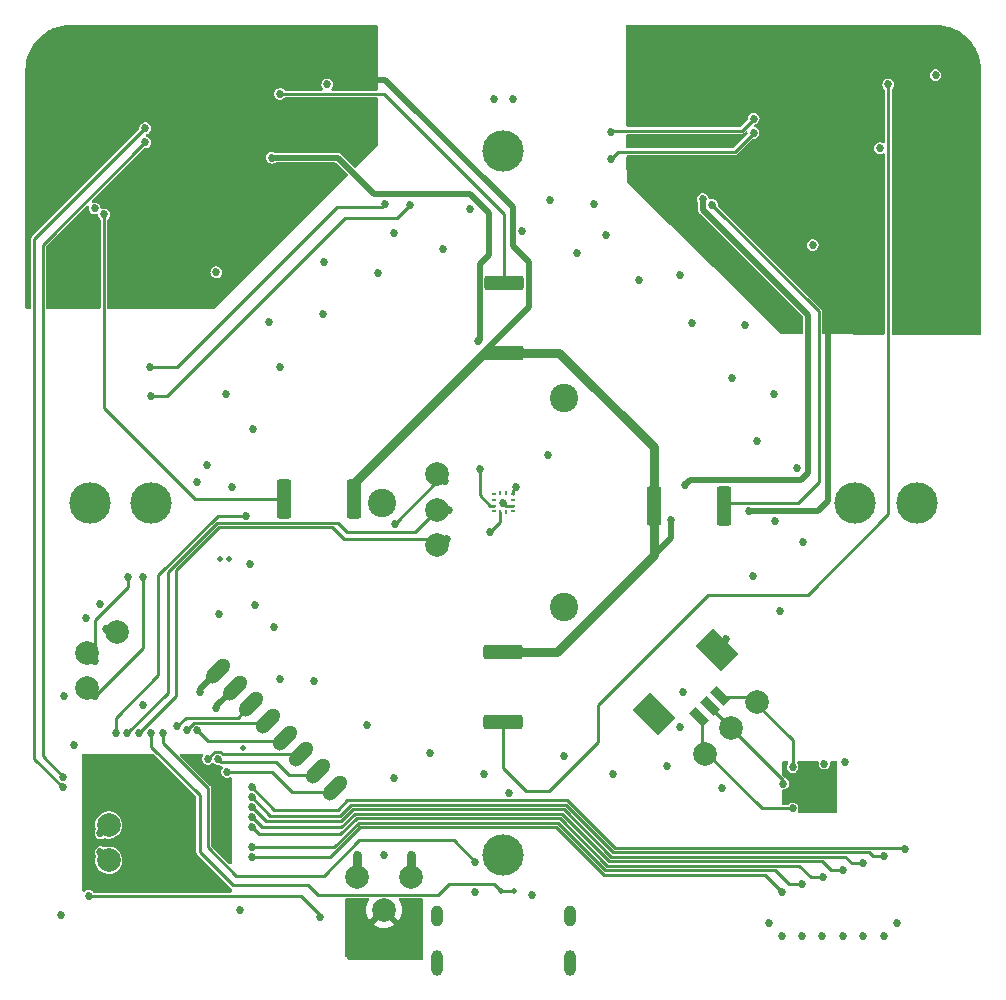
<source format=gbr>
%TF.GenerationSoftware,KiCad,Pcbnew,(6.0.8)*%
%TF.CreationDate,2022-10-28T13:46:59+02:00*%
%TF.ProjectId,view_base,76696577-5f62-4617-9365-2e6b69636164,rev?*%
%TF.SameCoordinates,Original*%
%TF.FileFunction,Copper,L4,Bot*%
%TF.FilePolarity,Positive*%
%FSLAX46Y46*%
G04 Gerber Fmt 4.6, Leading zero omitted, Abs format (unit mm)*
G04 Created by KiCad (PCBNEW (6.0.8)) date 2022-10-28 13:46:59*
%MOMM*%
%LPD*%
G01*
G04 APERTURE LIST*
G04 Aperture macros list*
%AMRoundRect*
0 Rectangle with rounded corners*
0 $1 Rounding radius*
0 $2 $3 $4 $5 $6 $7 $8 $9 X,Y pos of 4 corners*
0 Add a 4 corners polygon primitive as box body*
4,1,4,$2,$3,$4,$5,$6,$7,$8,$9,$2,$3,0*
0 Add four circle primitives for the rounded corners*
1,1,$1+$1,$2,$3*
1,1,$1+$1,$4,$5*
1,1,$1+$1,$6,$7*
1,1,$1+$1,$8,$9*
0 Add four rect primitives between the rounded corners*
20,1,$1+$1,$2,$3,$4,$5,0*
20,1,$1+$1,$4,$5,$6,$7,0*
20,1,$1+$1,$6,$7,$8,$9,0*
20,1,$1+$1,$8,$9,$2,$3,0*%
%AMHorizOval*
0 Thick line with rounded ends*
0 $1 width*
0 $2 $3 position (X,Y) of the first rounded end (center of the circle)*
0 $4 $5 position (X,Y) of the second rounded end (center of the circle)*
0 Add line between two ends*
20,1,$1,$2,$3,$4,$5,0*
0 Add two circle primitives to create the rounded ends*
1,1,$1,$2,$3*
1,1,$1,$4,$5*%
%AMRotRect*
0 Rectangle, with rotation*
0 The origin of the aperture is its center*
0 $1 length*
0 $2 width*
0 $3 Rotation angle, in degrees counterclockwise*
0 Add horizontal line*
21,1,$1,$2,0,0,$3*%
G04 Aperture macros list end*
%TA.AperFunction,SMDPad,CuDef*%
%ADD10R,0.410000X0.280000*%
%TD*%
%TA.AperFunction,SMDPad,CuDef*%
%ADD11R,0.280000X0.410000*%
%TD*%
%TA.AperFunction,SMDPad,CuDef*%
%ADD12C,2.000000*%
%TD*%
%TA.AperFunction,SMDPad,CuDef*%
%ADD13R,1.650000X1.650000*%
%TD*%
%TA.AperFunction,ComponentPad*%
%ADD14C,0.600000*%
%TD*%
%TA.AperFunction,SMDPad,CuDef*%
%ADD15RoundRect,0.250000X0.362500X1.425000X-0.362500X1.425000X-0.362500X-1.425000X0.362500X-1.425000X0*%
%TD*%
%TA.AperFunction,SMDPad,CuDef*%
%ADD16RoundRect,0.250000X1.425000X-0.362500X1.425000X0.362500X-1.425000X0.362500X-1.425000X-0.362500X0*%
%TD*%
%TA.AperFunction,SMDPad,CuDef*%
%ADD17RoundRect,0.250000X-0.362500X-1.425000X0.362500X-1.425000X0.362500X1.425000X-0.362500X1.425000X0*%
%TD*%
%TA.AperFunction,SMDPad,CuDef*%
%ADD18RoundRect,0.250000X-1.425000X0.362500X-1.425000X-0.362500X1.425000X-0.362500X1.425000X0.362500X0*%
%TD*%
%TA.AperFunction,SMDPad,CuDef*%
%ADD19RotRect,2.100000X2.999999X45.000000*%
%TD*%
%TA.AperFunction,SMDPad,CuDef*%
%ADD20RotRect,0.800000X1.600000X45.000000*%
%TD*%
%TA.AperFunction,SMDPad,CuDef*%
%ADD21HorizOval,1.250000X-0.441942X-0.441942X0.441942X0.441942X0*%
%TD*%
%TA.AperFunction,ComponentPad*%
%ADD22C,2.400000*%
%TD*%
%TA.AperFunction,ComponentPad*%
%ADD23C,3.500000*%
%TD*%
%TA.AperFunction,ComponentPad*%
%ADD24O,1.000000X2.200000*%
%TD*%
%TA.AperFunction,ComponentPad*%
%ADD25O,1.000000X1.800000*%
%TD*%
%TA.AperFunction,ViaPad*%
%ADD26C,0.685800*%
%TD*%
%TA.AperFunction,ViaPad*%
%ADD27C,0.500000*%
%TD*%
%TA.AperFunction,Conductor*%
%ADD28C,0.254000*%
%TD*%
%TA.AperFunction,Conductor*%
%ADD29C,0.508000*%
%TD*%
%TA.AperFunction,Conductor*%
%ADD30C,0.762000*%
%TD*%
G04 APERTURE END LIST*
D10*
%TO.P,IC1,1,NC_1*%
%TO.N,unconnected-(IC1-Pad1)*%
X99205000Y-100750000D03*
%TO.P,IC1,2,SDA*%
%TO.N,Net-(IC1-Pad2)*%
X99205000Y-100250000D03*
%TO.P,IC1,3,NC_2*%
%TO.N,unconnected-(IC1-Pad3)*%
X99205000Y-99750000D03*
%TO.P,IC1,4,NC_3*%
%TO.N,unconnected-(IC1-Pad4)*%
X99205000Y-99250000D03*
D11*
%TO.P,IC1,5,INT*%
%TO.N,unconnected-(IC1-Pad5)*%
X99750000Y-99185000D03*
%TO.P,IC1,6,NC_4*%
%TO.N,unconnected-(IC1-Pad6)*%
X100250000Y-99185000D03*
D10*
%TO.P,IC1,7,VDD*%
%TO.N,+3V3*%
X100795000Y-99250000D03*
%TO.P,IC1,8,NC_5*%
%TO.N,unconnected-(IC1-Pad8)*%
X100795000Y-99750000D03*
%TO.P,IC1,9,GND*%
%TO.N,GND*%
X100795000Y-100250000D03*
%TO.P,IC1,10,NC_6*%
%TO.N,unconnected-(IC1-Pad10)*%
X100795000Y-100750000D03*
D11*
%TO.P,IC1,11,NC_7*%
%TO.N,unconnected-(IC1-Pad11)*%
X100250000Y-100815000D03*
%TO.P,IC1,12,SCL*%
%TO.N,Net-(IC1-Pad12)*%
X99750000Y-100815000D03*
%TD*%
D12*
%TO.P,TP4,1,1*%
%TO.N,Net-(TP4-Pad1)*%
X66600000Y-130300000D03*
%TD*%
%TO.P,TP3,1,1*%
%TO.N,Net-(TP3-Pad1)*%
X66600000Y-127300000D03*
%TD*%
D13*
%TO.P,U5,PAD,PAD*%
%TO.N,GND*%
X125950000Y-124175000D03*
D14*
X125450000Y-124675000D03*
X125450000Y-123675000D03*
X126450000Y-123675000D03*
X126450000Y-124675000D03*
%TD*%
D12*
%TO.P,TP14,1,1*%
%TO.N,/MAG_DO*%
X94400000Y-97600000D03*
%TD*%
%TO.P,TP13,1,1*%
%TO.N,/MAG_CLK*%
X94400000Y-100600000D03*
%TD*%
%TO.P,TP12,1,1*%
%TO.N,/MAG_CSN*%
X94400000Y-103600000D03*
%TD*%
%TO.P,TP11,1,1*%
%TO.N,/LED_DATA_5V*%
X67300000Y-111000000D03*
%TD*%
%TO.P,TP10,1,1*%
%TO.N,Net-(J3-Pad1)*%
X117100000Y-121300000D03*
%TD*%
%TO.P,TP9,1,1*%
%TO.N,Net-(J3-Pad2)*%
X119300000Y-119100000D03*
%TD*%
%TO.P,TP8,1,1*%
%TO.N,Net-(J3-Pad3)*%
X121500000Y-116900000D03*
%TD*%
%TO.P,TP7,1,1*%
%TO.N,/SCL*%
X64800000Y-112700000D03*
%TD*%
%TO.P,TP6,1,1*%
%TO.N,/SDA*%
X64800000Y-115700000D03*
%TD*%
%TO.P,TP5,1,1*%
%TO.N,GND*%
X89900000Y-134500000D03*
%TD*%
%TO.P,TP2,1,1*%
%TO.N,+3V3*%
X87600000Y-131700000D03*
%TD*%
%TO.P,TP1,1,1*%
%TO.N,+5V*%
X92200000Y-131700000D03*
%TD*%
D15*
%TO.P,R36,2*%
%TO.N,GND*%
X112737500Y-100300000D03*
%TO.P,R36,1*%
%TO.N,/IN2B+*%
X118662500Y-100300000D03*
%TD*%
D16*
%TO.P,R34,1*%
%TO.N,/IN2A+*%
X100000000Y-118562500D03*
%TO.P,R34,2*%
%TO.N,GND*%
X100000000Y-112637500D03*
%TD*%
D17*
%TO.P,R32,2*%
%TO.N,GND*%
X87362500Y-99700000D03*
%TO.P,R32,1*%
%TO.N,/IN1B+*%
X81437500Y-99700000D03*
%TD*%
D18*
%TO.P,R30,2*%
%TO.N,GND*%
X100100000Y-87362500D03*
%TO.P,R30,1*%
%TO.N,/IN1A+*%
X100100000Y-81437500D03*
%TD*%
D19*
%TO.P,J3,*%
%TO.N,GND*%
X118127387Y-112524151D03*
X112753376Y-117898162D03*
D20*
%TO.P,J3,3,Pin_3*%
%TO.N,Net-(J3-Pad3)*%
X118374874Y-116377882D03*
%TO.P,J3,2,Pin_2*%
%TO.N,Net-(J3-Pad2)*%
X117490990Y-117261766D03*
%TO.P,J3,1,Pin_1*%
%TO.N,Net-(J3-Pad1)*%
X116607107Y-118145649D03*
%TD*%
D21*
%TO.P,J1,8,Pin_8*%
%TO.N,/LCD_RST*%
X85737660Y-124149748D03*
%TO.P,J1,7,Pin_7*%
%TO.N,/LCD_DATA*%
X84323446Y-122735534D03*
%TO.P,J1,6,Pin_6*%
%TO.N,/LCD_SCK*%
X82909233Y-121321321D03*
%TO.P,J1,5,Pin_5*%
%TO.N,/LCD_CS*%
X81495019Y-119907107D03*
%TO.P,J1,4,Pin_4*%
%TO.N,/LCD_CMD*%
X80080806Y-118492894D03*
%TO.P,J1,3,Pin_3*%
%TO.N,/LCD_BL*%
X78666592Y-117078680D03*
%TO.P,J1,2,Pin_2*%
%TO.N,+3V3*%
X77252379Y-115664467D03*
%TO.P,J1,1,Pin_1*%
%TO.N,GND*%
X75838165Y-114250253D03*
%TD*%
D22*
%TO.P,H3,1,1*%
%TO.N,unconnected-(H3-Pad1)*%
X105125427Y-91122500D03*
%TD*%
%TO.P,H1,1,1*%
%TO.N,unconnected-(H1-Pad1)*%
X105125427Y-108877499D03*
%TD*%
%TO.P,H2,1,1*%
%TO.N,unconnected-(H2-Pad1)*%
X89749146Y-100000000D03*
%TD*%
D23*
%TO.P,H4,1,1*%
%TO.N,unconnected-(H4-Pad1)*%
X100000000Y-129800000D03*
%TD*%
%TO.P,H5,1,1*%
%TO.N,unconnected-(H5-Pad1)*%
X70200000Y-100000000D03*
%TD*%
%TO.P,H6,1,1*%
%TO.N,unconnected-(H6-Pad1)*%
X100000000Y-70200000D03*
%TD*%
%TO.P,H7,1,1*%
%TO.N,unconnected-(H7-Pad1)*%
X129800000Y-100000000D03*
%TD*%
D24*
%TO.P,J2,S1,SHIELD*%
%TO.N,GND*%
X94380000Y-139000000D03*
X105620000Y-139000000D03*
D25*
X105620000Y-135000000D03*
X94380000Y-135000000D03*
%TD*%
D23*
%TO.P,H8,1,1*%
%TO.N,unconnected-(H8-Pad1)*%
X135000000Y-100000000D03*
%TD*%
%TO.P,H9,1,1*%
%TO.N,unconnected-(H9-Pad1)*%
X65000000Y-100000000D03*
%TD*%
D26*
%TO.N,+5V*%
X113900000Y-122300000D03*
%TO.N,/IN2A+*%
X100000000Y-118562500D03*
%TO.N,GND*%
X114200000Y-101500000D03*
X120800000Y-100700000D03*
%TO.N,/AVDD*%
X115400000Y-98500000D03*
%TO.N,/IN2B+*%
X118662500Y-100000000D03*
%TO.N,/STRAIN2_DO*%
X109100000Y-70900000D03*
%TO.N,/STRAIN2_SCK*%
X109100000Y-68600000D03*
%TO.N,/STRAIN2_DO*%
X92100000Y-74800000D03*
%TO.N,/STRAIN2_SCK*%
X90000000Y-74700000D03*
X70100000Y-88500000D03*
%TO.N,/STRAIN2_DO*%
X70148676Y-90948676D03*
%TO.N,+3V3*%
X126200000Y-78199992D03*
%TO.N,GND*%
X123102088Y-83802085D03*
X121900000Y-82600000D03*
X124099996Y-84500001D03*
X127499997Y-84500000D03*
X139100002Y-83200007D03*
X139100000Y-81500000D03*
X114702087Y-75302083D03*
X119510408Y-80110408D03*
X120712489Y-81312489D03*
X113500000Y-74100000D03*
X115904167Y-76504158D03*
X117106245Y-77706248D03*
X118308324Y-78908331D03*
X112300003Y-64300006D03*
X112300001Y-71100002D03*
X112300000Y-62600000D03*
X112300007Y-65999999D03*
X112299998Y-67700003D03*
X112299995Y-69400002D03*
X120799994Y-60900003D03*
X114000000Y-60900001D03*
X112299996Y-60900001D03*
X122500000Y-60900000D03*
X119100001Y-60900007D03*
X117399996Y-60899999D03*
X115699997Y-60900000D03*
%TO.N,/STRAIN2_DO*%
X121200000Y-68699998D03*
%TO.N,/AVDD*%
X131899998Y-69999997D03*
%TO.N,GND*%
X127499996Y-60899999D03*
X130900000Y-60900006D03*
X137699997Y-61399998D03*
X132599993Y-60900002D03*
X124099995Y-60900000D03*
%TO.N,/AVDD*%
X136600000Y-63799999D03*
%TO.N,GND*%
X138799994Y-62800003D03*
X129199995Y-60899998D03*
X139100000Y-76400000D03*
%TO.N,/IN2B+*%
X117700001Y-74799999D03*
%TO.N,/AVDD*%
X116899999Y-74299997D03*
%TO.N,GND*%
X129200004Y-84500002D03*
X139100001Y-74699999D03*
X139099993Y-64500001D03*
X137700000Y-84500000D03*
X139099995Y-66200002D03*
X139099999Y-72999994D03*
X139099999Y-69600001D03*
X125799999Y-60900000D03*
X134299999Y-60899999D03*
X139099997Y-78099997D03*
X130899997Y-84499999D03*
%TO.N,/IN2A+*%
X132599999Y-64599999D03*
%TO.N,/STRAIN2_SCK*%
X121199999Y-67499999D03*
%TO.N,GND*%
X134300006Y-84499997D03*
X139099993Y-79800001D03*
X135999998Y-60899999D03*
X139099996Y-71300002D03*
X135999999Y-84499999D03*
X139099995Y-67900002D03*
%TO.N,/AVDD*%
X97900000Y-86300000D03*
X85100000Y-64600000D03*
%TO.N,GND*%
X77100000Y-80500000D03*
X79697917Y-77702084D03*
X80893759Y-76506246D03*
X83297917Y-74102084D03*
X82095839Y-75304161D03*
X84493759Y-72906246D03*
X86897917Y-70502084D03*
X85695839Y-71704161D03*
X88100000Y-69299999D03*
X88100000Y-67600003D03*
X88100000Y-64199999D03*
X88100000Y-62500003D03*
X84700000Y-60800000D03*
X86400000Y-60800000D03*
X88099998Y-60800001D03*
X79600000Y-60800000D03*
X81300000Y-60800000D03*
X84700000Y-60800000D03*
X82999998Y-60800001D03*
X76200000Y-60800000D03*
X79600000Y-60800000D03*
X77899998Y-60800001D03*
X71100000Y-60800000D03*
X74500000Y-60800000D03*
X72799998Y-60800001D03*
X69400000Y-60800000D03*
X66000000Y-60800000D03*
X67699998Y-60800001D03*
X64300000Y-60800000D03*
X62600000Y-61100000D03*
X60700000Y-63900000D03*
X61200000Y-62200000D03*
X60700000Y-65600000D03*
X60700000Y-69000000D03*
X60700000Y-67300000D03*
X60700000Y-70700000D03*
X60700000Y-74100000D03*
X60700000Y-72400000D03*
X60700000Y-75800000D03*
X62900000Y-82300000D03*
X64600000Y-82300000D03*
X68000000Y-82300000D03*
X69700000Y-82300000D03*
X71400000Y-82300000D03*
X73100000Y-82300000D03*
X74800000Y-82300000D03*
%TO.N,/IN1A+*%
X100100000Y-81437500D03*
%TO.N,/IN1B+*%
X81437500Y-99700000D03*
X66200000Y-75600000D03*
%TO.N,/IN1A+*%
X81100000Y-65400000D03*
%TO.N,/AVDD*%
X80400000Y-70800000D03*
X65400000Y-75100000D03*
%TO.N,/STRAIN1_DO*%
X62700000Y-123200000D03*
%TO.N,/STRAIN1_SCK*%
X62700000Y-124100000D03*
%TO.N,/STRAIN1_DO*%
X69700000Y-69500000D03*
%TO.N,/STRAIN1_SCK*%
X69700000Y-68300000D03*
%TO.N,+3V3*%
X75700000Y-80500000D03*
%TO.N,GND*%
X77700000Y-134500000D03*
X63700000Y-120500000D03*
D27*
X77947813Y-120784827D03*
D26*
%TO.N,+3V3*%
X99200000Y-65800000D03*
%TO.N,GND*%
X100800000Y-65800000D03*
%TO.N,/SDA*%
X69500000Y-106300000D03*
%TO.N,/SCL*%
X68200000Y-106300000D03*
%TO.N,/LED_DATA_5V*%
X66400000Y-110700000D03*
D27*
%TO.N,/SCL*%
X76800000Y-104800000D03*
%TO.N,/SDA*%
X76000000Y-104800000D03*
D26*
%TO.N,/MAG_DO*%
X90800000Y-101800000D03*
X78200000Y-101100000D03*
%TO.N,+5V*%
X65875000Y-108625000D03*
X118500000Y-124200000D03*
X78950000Y-108700000D03*
X75900000Y-109400000D03*
X74100000Y-98250000D03*
X74950000Y-96850000D03*
X76550000Y-90800000D03*
X80200000Y-84750000D03*
X84850000Y-79600000D03*
X90750000Y-77150000D03*
X97200000Y-75150000D03*
X103950000Y-74350000D03*
X108700000Y-77350000D03*
X115000000Y-80700000D03*
X120500000Y-84950000D03*
X122900000Y-90850000D03*
X124900000Y-97100000D03*
X125400000Y-103300000D03*
X123450000Y-109200000D03*
X115000000Y-119000000D03*
X109300000Y-122950000D03*
X100500000Y-124603600D03*
X90750000Y-123300000D03*
X81100000Y-114900000D03*
%TO.N,GND*%
X107700000Y-74750000D03*
X65900000Y-124449999D03*
X66250000Y-132050000D03*
X68050000Y-132050000D03*
X69850000Y-132050000D03*
X71650000Y-132050000D03*
X75249999Y-132050000D03*
X73450000Y-132050000D03*
X75900000Y-129099999D03*
X75900000Y-127300000D03*
X75900000Y-125499999D03*
X75900000Y-123700000D03*
X74900000Y-122650000D03*
X71100000Y-122650000D03*
X69500000Y-122650000D03*
X67700000Y-122650000D03*
X65900000Y-122650000D03*
X72350000Y-129150000D03*
X70700000Y-129150000D03*
X69050000Y-129150000D03*
X69050000Y-127500000D03*
X70700000Y-127500000D03*
X72350000Y-127500000D03*
X72350000Y-125850000D03*
X70700000Y-125850000D03*
X69050000Y-125850000D03*
X127800000Y-122800000D03*
X127319400Y-125544400D03*
%TO.N,/USB_D-*%
X97600000Y-130400000D03*
D27*
%TO.N,/USB_D+*%
X100900000Y-132900000D03*
X99800000Y-132900000D03*
D26*
%TO.N,GND*%
X89900000Y-129850000D03*
X91500000Y-138100000D03*
X89900000Y-138100000D03*
X88300000Y-138100000D03*
X91500000Y-136800000D03*
X89900000Y-136800000D03*
X88300000Y-136800000D03*
%TO.N,+3V3*%
X127200000Y-122100000D03*
X87600000Y-129800000D03*
%TO.N,+5V*%
X92200000Y-129800000D03*
X102400000Y-133200000D03*
X97600000Y-133000000D03*
%TO.N,/TMC_VL*%
X78700000Y-124950000D03*
%TO.N,/TMC_DIAG*%
X78700000Y-124100000D03*
%TO.N,/TMC_WL*%
X78700000Y-125800000D03*
%TO.N,/TMC_UL*%
X78700000Y-126650000D03*
%TO.N,/TMC_WH*%
X78700000Y-127500000D03*
%TO.N,/TMC_VH*%
X78700000Y-129200000D03*
%TO.N,/TMC_UH*%
X78700000Y-130050000D03*
%TO.N,GND*%
X133300000Y-135600000D03*
X132200000Y-136700000D03*
X130500000Y-136700000D03*
X128800000Y-136700000D03*
X127000000Y-136700000D03*
X125300000Y-136700000D03*
X123600000Y-136700000D03*
X122500000Y-135600000D03*
X128900000Y-122000000D03*
%TO.N,Net-(J3-Pad1)*%
X124500000Y-125900000D03*
%TO.N,Net-(J3-Pad3)*%
X124500000Y-122400000D03*
%TO.N,Net-(J3-Pad2)*%
X123700000Y-123800000D03*
%TO.N,/TMC_UH*%
X123600000Y-132975000D03*
%TO.N,/TMC_WL*%
X130500000Y-130525000D03*
%TO.N,/TMC_DIAG*%
X134050000Y-129325000D03*
%TO.N,/TMC_VL*%
X132275000Y-129925000D03*
%TO.N,/TMC_UL*%
X128775000Y-131125000D03*
%TO.N,/TMC_WH*%
X127075000Y-131725000D03*
%TO.N,/TMC_VH*%
X125300000Y-132325000D03*
%TO.N,+3V3*%
X103800000Y-96000000D03*
%TO.N,GND*%
X93775000Y-121175000D03*
X98400000Y-123000000D03*
X105125000Y-121450000D03*
X112850000Y-118600000D03*
X115225000Y-116000000D03*
X118850000Y-111550000D03*
X121175000Y-106200000D03*
X123000000Y-101600000D03*
X121475000Y-94825000D03*
X119375000Y-89425000D03*
X115975000Y-84775000D03*
X111500000Y-81125000D03*
X106225000Y-78850000D03*
X101600000Y-77000000D03*
X94875000Y-78525000D03*
X89400000Y-80600000D03*
X84725000Y-84050000D03*
X81125000Y-88500000D03*
X78800000Y-93800000D03*
X77000000Y-98700000D03*
X83975000Y-115150000D03*
X88500000Y-118850000D03*
X80625000Y-110550000D03*
X78525000Y-105200000D03*
X64675000Y-109750000D03*
%TO.N,+3V3*%
X69500000Y-117100000D03*
X62800000Y-116400000D03*
%TO.N,/MAG_CSN*%
X95200000Y-103100000D03*
%TO.N,/MAG_CLK*%
X95400000Y-100600000D03*
%TO.N,/MAG_DO*%
X95100000Y-98200000D03*
%TO.N,+3V3*%
X75700000Y-117400000D03*
%TO.N,GND*%
X74300000Y-116000000D03*
%TO.N,/ESP32_EN*%
X84500000Y-135100000D03*
%TO.N,GND*%
X62549999Y-134950001D03*
%TO.N,/SCL*%
X65400000Y-113400000D03*
%TO.N,/SDA*%
X65400000Y-116400000D03*
%TO.N,/USB_D-*%
X71200000Y-119500000D03*
%TO.N,/USB_D+*%
X70200000Y-119500000D03*
%TO.N,/MAG_CSN*%
X69200000Y-119500000D03*
%TO.N,/MAG_CLK*%
X68187697Y-119500000D03*
%TO.N,/MAG_DO*%
X67200000Y-119500000D03*
%TO.N,Net-(IC1-Pad12)*%
X98900000Y-102500000D03*
%TO.N,Net-(IC1-Pad2)*%
X98000000Y-97200000D03*
%TO.N,+3V3*%
X101088059Y-98691400D03*
%TO.N,GND*%
X100000000Y-100000000D03*
%TO.N,/LCD_BL*%
X72400000Y-118900000D03*
%TO.N,/LCD_CMD*%
X73212303Y-119274606D03*
%TO.N,/LCD_CS*%
X74100000Y-119274606D03*
%TO.N,/LCD_SCK*%
X75000000Y-121700000D03*
%TO.N,/LCD_DATA*%
X75812303Y-121700000D03*
%TO.N,/LCD_RST*%
X76624606Y-122800000D03*
%TO.N,/ESP32_EN*%
X64900000Y-133300000D03*
%TO.N,Net-(TP3-Pad1)*%
X65900000Y-128000000D03*
%TO.N,Net-(TP4-Pad1)*%
X65900000Y-129600000D03*
%TD*%
D28*
%TO.N,GND*%
X118850000Y-111550000D02*
X118850000Y-111801538D01*
X118850000Y-111801538D02*
X118127387Y-112524151D01*
%TO.N,/IN2A+*%
X132599999Y-64599999D02*
X132599999Y-101000001D01*
X132599999Y-101000001D02*
X125800000Y-107800000D01*
X100000000Y-122500000D02*
X100000000Y-118562500D01*
X125800000Y-107800000D02*
X117336999Y-107800000D01*
X103900000Y-124400000D02*
X101900000Y-124400000D01*
X117336999Y-107800000D02*
X108000000Y-117136999D01*
X108000000Y-117136999D02*
X108000000Y-120300000D01*
X108000000Y-120300000D02*
X103900000Y-124400000D01*
X101900000Y-124400000D02*
X100000000Y-122500000D01*
D29*
%TO.N,GND*%
X114200000Y-101500000D02*
X114200000Y-103000000D01*
X114200000Y-103000000D02*
X112737500Y-104462500D01*
X126682844Y-100700000D02*
X120800000Y-100700000D01*
X127499997Y-99882847D02*
X126682844Y-100700000D01*
X127499997Y-84500000D02*
X127499997Y-99882847D01*
%TO.N,/AVDD*%
X115800000Y-98100000D02*
X125196000Y-98100000D01*
X125196000Y-98100000D02*
X125800000Y-97496000D01*
X115400000Y-98500000D02*
X115800000Y-98100000D01*
X125800000Y-97496000D02*
X125800000Y-84100000D01*
X125800000Y-84100000D02*
X116899999Y-75199999D01*
X116899999Y-75199999D02*
X116899999Y-74299997D01*
D28*
%TO.N,/IN2B+*%
X117700001Y-74799999D02*
X126700000Y-83799998D01*
X126700000Y-83799998D02*
X126700000Y-98300000D01*
X126700000Y-98300000D02*
X125000000Y-100000000D01*
X125000000Y-100000000D02*
X118662500Y-100000000D01*
%TO.N,/STRAIN2_DO*%
X70148676Y-90948676D02*
X71551324Y-90948676D01*
X71551324Y-90948676D02*
X86600000Y-75900000D01*
X86600000Y-75900000D02*
X91000000Y-75900000D01*
X91000000Y-75900000D02*
X92100000Y-74800000D01*
%TO.N,/STRAIN2_SCK*%
X70100000Y-88500000D02*
X72400000Y-88500000D01*
X72400000Y-88500000D02*
X85900000Y-75000000D01*
X85900000Y-75000000D02*
X89700000Y-75000000D01*
X89700000Y-75000000D02*
X90000000Y-74700000D01*
X109100000Y-68600000D02*
X109200000Y-68500000D01*
X109200000Y-68500000D02*
X120199998Y-68500000D01*
X120199998Y-68500000D02*
X121199999Y-67499999D01*
%TO.N,/STRAIN2_DO*%
X109700000Y-70300000D02*
X119599998Y-70300000D01*
X109100000Y-70900000D02*
X109700000Y-70300000D01*
X119599998Y-70300000D02*
X121200000Y-68699998D01*
D29*
%TO.N,/AVDD*%
X97900000Y-86300000D02*
X98000000Y-86200000D01*
X89100000Y-73900000D02*
X86000000Y-70800000D01*
X98000000Y-86200000D02*
X98000000Y-79800000D01*
X98000000Y-79800000D02*
X98800000Y-79000000D01*
X98800000Y-79000000D02*
X98800000Y-75500000D01*
X86000000Y-70800000D02*
X80400000Y-70800000D01*
X98800000Y-75500000D02*
X97200000Y-73900000D01*
X97200000Y-73900000D02*
X89100000Y-73900000D01*
%TO.N,GND*%
X88100000Y-64199999D02*
X89999999Y-64199999D01*
X89999999Y-64199999D02*
X100800000Y-75000000D01*
X100800000Y-78300000D02*
X102156000Y-79656000D01*
X100800000Y-75000000D02*
X100800000Y-78300000D01*
X102156000Y-79656000D02*
X102156000Y-83444000D01*
X102156000Y-83444000D02*
X98337500Y-87262500D01*
X98337500Y-87262500D02*
X98337500Y-87362500D01*
D28*
%TO.N,/IN1A+*%
X81100000Y-65400000D02*
X89900000Y-65400000D01*
X89900000Y-65400000D02*
X100100000Y-75600000D01*
X100100000Y-75600000D02*
X100100000Y-81437500D01*
%TO.N,/IN1B+*%
X66200000Y-75600000D02*
X66200000Y-92000000D01*
X66200000Y-92000000D02*
X73900000Y-99700000D01*
X73900000Y-99700000D02*
X81437500Y-99700000D01*
%TO.N,/STRAIN1_DO*%
X62700000Y-123200000D02*
X61000000Y-121500000D01*
X61000000Y-121500000D02*
X61000000Y-78200000D01*
X61000000Y-78200000D02*
X69700000Y-69500000D01*
%TO.N,/STRAIN1_SCK*%
X62700000Y-124100000D02*
X60300000Y-121700000D01*
X60300000Y-121700000D02*
X60300000Y-77700000D01*
X60300000Y-77700000D02*
X69700000Y-68300000D01*
%TO.N,/SDA*%
X65400000Y-116400000D02*
X69500000Y-112300000D01*
X69500000Y-112300000D02*
X69500000Y-106300000D01*
%TO.N,/SCL*%
X68200000Y-106300000D02*
X68200000Y-107144145D01*
X68200000Y-107144145D02*
X65400000Y-109944145D01*
X65400000Y-109944145D02*
X65400000Y-113400000D01*
D30*
%TO.N,GND*%
X100100000Y-87362500D02*
X104762500Y-87362500D01*
X104762500Y-87362500D02*
X112737500Y-95337500D01*
X112737500Y-95337500D02*
X112737500Y-100000000D01*
X100000000Y-112637500D02*
X104562500Y-112637500D01*
X104562500Y-112637500D02*
X112737500Y-104462500D01*
X112737500Y-104462500D02*
X112737500Y-100000000D01*
X100100000Y-87362500D02*
X98337500Y-87362500D01*
X98337500Y-87362500D02*
X87362500Y-98337500D01*
X87362500Y-98337500D02*
X87362500Y-99700000D01*
D28*
%TO.N,/MAG_DO*%
X67200000Y-118200000D02*
X67200000Y-119500000D01*
X78200000Y-101100000D02*
X75822370Y-101100000D01*
X75822370Y-101100000D02*
X70800000Y-106122370D01*
X70800000Y-106122370D02*
X70800000Y-114600000D01*
X70800000Y-114600000D02*
X67200000Y-118200000D01*
%TO.N,+3V3*%
X101088059Y-98691400D02*
X100795000Y-98984459D01*
X100795000Y-98984459D02*
X100795000Y-99250000D01*
%TO.N,/MAG_DO*%
X90800000Y-101800000D02*
X94400000Y-98200000D01*
X94400000Y-98200000D02*
X95100000Y-98200000D01*
%TO.N,/MAG_CLK*%
X86019000Y-101719000D02*
X86800000Y-102500000D01*
%TO.N,/MAG_CSN*%
X85500000Y-102100000D02*
X86500000Y-103100000D01*
%TO.N,/USB_D-*%
X87800000Y-128600000D02*
X84800000Y-131600000D01*
X77400000Y-131600000D02*
X75000000Y-129200000D01*
%TO.N,/USB_D+*%
X74300000Y-129600000D02*
X77100000Y-132400000D01*
X83500000Y-132400000D02*
X84300000Y-133200000D01*
X94500000Y-133200000D02*
X95400000Y-132300000D01*
%TO.N,/TMC_VH*%
X85661184Y-129200000D02*
X87756184Y-127105000D01*
%TO.N,/TMC_UH*%
X85350000Y-130050000D02*
X87914000Y-127486000D01*
%TO.N,/TMC_UL*%
X86283554Y-127500000D02*
X87440554Y-126343000D01*
%TO.N,/TMC_VL*%
X86205925Y-126500000D02*
X87124925Y-125581000D01*
X130995000Y-129595000D02*
X131325000Y-129925000D01*
%TO.N,/TMC_WH*%
X86222368Y-128100000D02*
X87598368Y-126724000D01*
%TO.N,/TMC_WL*%
X86244740Y-127000000D02*
X87282740Y-125962000D01*
X128966132Y-129976000D02*
X129515132Y-130525000D01*
%TO.N,/TMC_DIAG*%
X86000000Y-126000000D02*
X86800000Y-125200000D01*
%TO.N,Net-(J3-Pad3)*%
X120900000Y-116500000D02*
X121500000Y-117100000D01*
%TO.N,Net-(J3-Pad1)*%
X116800000Y-120800000D02*
X117100000Y-121100000D01*
%TO.N,/LCD_RST*%
X80400000Y-122800000D02*
X82100000Y-124500000D01*
%TO.N,/LCD_DATA*%
X80800000Y-122000000D02*
X81900000Y-123100000D01*
%TO.N,/LCD_SCK*%
X76059548Y-121103100D02*
X76277769Y-121321321D01*
%TO.N,/MAG_CLK*%
X71600000Y-105861185D02*
X75742185Y-101719000D01*
%TO.N,/MAG_CSN*%
X72300000Y-105700000D02*
X75900000Y-102100000D01*
%TO.N,/TMC_VH*%
X104643816Y-127105000D02*
X108657816Y-131119000D01*
%TO.N,/TMC_UH*%
X104486000Y-127486000D02*
X108500000Y-131500000D01*
%TO.N,/TMC_UL*%
X104959448Y-126343000D02*
X108973448Y-130357000D01*
%TO.N,/TMC_VL*%
X105275080Y-125581000D02*
X109289080Y-129595000D01*
%TO.N,/TMC_WH*%
X104801632Y-126724000D02*
X108815632Y-130738000D01*
%TO.N,/TMC_WL*%
X105117264Y-125962000D02*
X109131264Y-129976000D01*
%TO.N,/TMC_DIAG*%
X105432896Y-125200000D02*
X109446896Y-129214000D01*
%TO.N,/MAG_CLK*%
X68187697Y-119500000D02*
X71600000Y-116087697D01*
X71600000Y-116087697D02*
X71600000Y-105861185D01*
X75742185Y-101719000D02*
X86019000Y-101719000D01*
X86800000Y-102500000D02*
X92500000Y-102500000D01*
X92500000Y-102500000D02*
X94400000Y-100600000D01*
%TO.N,/MAG_CSN*%
X69200000Y-119500000D02*
X72300000Y-116400000D01*
X72300000Y-116400000D02*
X72300000Y-105700000D01*
X75900000Y-102100000D02*
X85500000Y-102100000D01*
X86500000Y-103100000D02*
X95200000Y-103100000D01*
%TO.N,/MAG_CLK*%
X94400000Y-100600000D02*
X95400000Y-100600000D01*
%TO.N,/USB_D-*%
X97600000Y-130400000D02*
X95800000Y-128600000D01*
X95800000Y-128600000D02*
X87800000Y-128600000D01*
X71200000Y-120400000D02*
X71200000Y-119500000D01*
X84800000Y-131600000D02*
X77400000Y-131600000D01*
X75000000Y-129200000D02*
X75000000Y-124200000D01*
X75000000Y-124200000D02*
X71200000Y-120400000D01*
%TO.N,/USB_D+*%
X70200000Y-119500000D02*
X70200000Y-120700000D01*
X70200000Y-120700000D02*
X74300000Y-124800000D01*
X74300000Y-124800000D02*
X74300000Y-129600000D01*
X77100000Y-132400000D02*
X83500000Y-132400000D01*
X84300000Y-133200000D02*
X94500000Y-133200000D01*
X95400000Y-132300000D02*
X99200000Y-132300000D01*
X99200000Y-132300000D02*
X99800000Y-132900000D01*
%TO.N,/ESP32_EN*%
X64900000Y-133300000D02*
X82900000Y-133300000D01*
X84500000Y-134900000D02*
X84500000Y-135100000D01*
X82900000Y-133300000D02*
X84500000Y-134900000D01*
%TO.N,/USB_D+*%
X100900000Y-132900000D02*
X99800000Y-132900000D01*
D30*
%TO.N,+5V*%
X92200000Y-129800000D02*
X92200000Y-131700000D01*
%TO.N,+3V3*%
X87600000Y-129800000D02*
X87600000Y-131700000D01*
D28*
%TO.N,/TMC_VH*%
X78700000Y-129200000D02*
X85661184Y-129200000D01*
X87756184Y-127105000D02*
X104643816Y-127105000D01*
X124225000Y-132325000D02*
X125300000Y-132325000D01*
X108657816Y-131119000D02*
X123019000Y-131119000D01*
X123019000Y-131119000D02*
X124225000Y-132325000D01*
%TO.N,/TMC_UH*%
X78700000Y-130050000D02*
X85350000Y-130050000D01*
X87914000Y-127486000D02*
X104486000Y-127486000D01*
X108500000Y-131500000D02*
X122125000Y-131500000D01*
X122125000Y-131500000D02*
X123600000Y-132975000D01*
%TO.N,/TMC_UL*%
X78700000Y-126650000D02*
X79550000Y-127500000D01*
X79550000Y-127500000D02*
X86283554Y-127500000D01*
X127725000Y-131125000D02*
X128775000Y-131125000D01*
X87440554Y-126343000D02*
X104959448Y-126343000D01*
X108973448Y-130357000D02*
X126957000Y-130357000D01*
X126957000Y-130357000D02*
X127725000Y-131125000D01*
%TO.N,/TMC_VL*%
X78700000Y-124950000D02*
X80250000Y-126500000D01*
X80250000Y-126500000D02*
X86205925Y-126500000D01*
X87124925Y-125581000D02*
X105275080Y-125581000D01*
X109289080Y-129595000D02*
X130995000Y-129595000D01*
X131325000Y-129925000D02*
X132275000Y-129925000D01*
%TO.N,/TMC_WH*%
X78700000Y-127500000D02*
X79300000Y-128100000D01*
X79300000Y-128100000D02*
X86222368Y-128100000D01*
X108815632Y-130738000D02*
X125038000Y-130738000D01*
X126025000Y-131725000D02*
X127075000Y-131725000D01*
X87598368Y-126724000D02*
X104801632Y-126724000D01*
X125038000Y-130738000D02*
X126025000Y-131725000D01*
%TO.N,/TMC_WL*%
X78700000Y-125800000D02*
X79900000Y-127000000D01*
X79900000Y-127000000D02*
X86244740Y-127000000D01*
X87282740Y-125962000D02*
X105117264Y-125962000D01*
X109131264Y-129976000D02*
X128966132Y-129976000D01*
X129515132Y-130525000D02*
X130500000Y-130525000D01*
%TO.N,/TMC_DIAG*%
X78700000Y-124100000D02*
X80600000Y-126000000D01*
X133939000Y-129214000D02*
X134050000Y-129325000D01*
X80600000Y-126000000D02*
X86000000Y-126000000D01*
X86800000Y-125200000D02*
X105432896Y-125200000D01*
X109446896Y-129214000D02*
X133939000Y-129214000D01*
%TO.N,Net-(J3-Pad1)*%
X117100000Y-121100000D02*
X121900000Y-125900000D01*
X121900000Y-125900000D02*
X124500000Y-125900000D01*
%TO.N,Net-(J3-Pad3)*%
X121500000Y-117100000D02*
X124500000Y-120100000D01*
X124500000Y-120100000D02*
X124500000Y-122400000D01*
X118374874Y-116377882D02*
X118496992Y-116500000D01*
X118496992Y-116500000D02*
X120900000Y-116500000D01*
%TO.N,Net-(J3-Pad1)*%
X116607107Y-118145649D02*
X116800000Y-118338542D01*
X116800000Y-118338542D02*
X116800000Y-120800000D01*
%TO.N,Net-(J3-Pad2)*%
X119200000Y-119000000D02*
X123700000Y-123500000D01*
X123700000Y-123500000D02*
X123700000Y-123800000D01*
X117490990Y-117261766D02*
X117490990Y-117290990D01*
X117490990Y-117290990D02*
X119200000Y-119000000D01*
%TO.N,/LCD_RST*%
X76624606Y-122800000D02*
X80400000Y-122800000D01*
X82100000Y-124500000D02*
X85387408Y-124500000D01*
X85387408Y-124500000D02*
X85737660Y-124149748D01*
%TO.N,/LCD_DATA*%
X75812303Y-121700000D02*
X76112303Y-122000000D01*
X76112303Y-122000000D02*
X80800000Y-122000000D01*
X83958980Y-123100000D02*
X84323446Y-122735534D01*
X81900000Y-123100000D02*
X83958980Y-123100000D01*
%TO.N,/LCD_CS*%
X74100000Y-119274606D02*
X75025394Y-120200000D01*
X75025394Y-120200000D02*
X81202126Y-120200000D01*
X81202126Y-120200000D02*
X81495019Y-119907107D01*
%TO.N,/LCD_SCK*%
X75000000Y-121700000D02*
X75000000Y-121668158D01*
X75000000Y-121668158D02*
X75565058Y-121103100D01*
X75565058Y-121103100D02*
X76059548Y-121103100D01*
X76277769Y-121321321D02*
X82909233Y-121321321D01*
%TO.N,/LCD_BL*%
X72400000Y-118900000D02*
X73100000Y-118200000D01*
X73100000Y-118200000D02*
X77545272Y-118200000D01*
X77545272Y-118200000D02*
X78666592Y-117078680D01*
%TO.N,/LCD_CMD*%
X73212303Y-119274606D02*
X73809203Y-118677706D01*
X73809203Y-118677706D02*
X79895994Y-118677706D01*
X79895994Y-118677706D02*
X80080806Y-118492894D01*
D29*
%TO.N,+3V3*%
X75700000Y-117400000D02*
X75700000Y-117216846D01*
X75700000Y-117216846D02*
X77252379Y-115664467D01*
%TO.N,GND*%
X74300000Y-116000000D02*
X74300000Y-115788418D01*
X74300000Y-115788418D02*
X75838165Y-114250253D01*
D28*
%TO.N,Net-(IC1-Pad12)*%
X98900000Y-102500000D02*
X99750000Y-101650000D01*
X99750000Y-101650000D02*
X99750000Y-100815000D01*
%TO.N,Net-(IC1-Pad2)*%
X99205000Y-100250000D02*
X98852000Y-100250000D01*
X98852000Y-100250000D02*
X98000000Y-99398000D01*
X98000000Y-99398000D02*
X98000000Y-97200000D01*
%TO.N,GND*%
X100000000Y-100000000D02*
X100250000Y-100250000D01*
X100250000Y-100250000D02*
X100795000Y-100250000D01*
%TD*%
%TA.AperFunction,Conductor*%
%TO.N,GND*%
G36*
X88601097Y-133497502D02*
G01*
X88647590Y-133551158D01*
X88657694Y-133621432D01*
X88640408Y-133669335D01*
X88554795Y-133809042D01*
X88550313Y-133817837D01*
X88463266Y-134027988D01*
X88460217Y-134037373D01*
X88407115Y-134258554D01*
X88405572Y-134268301D01*
X88387725Y-134495070D01*
X88387725Y-134504930D01*
X88405572Y-134731699D01*
X88407115Y-134741446D01*
X88460217Y-134962627D01*
X88463266Y-134972012D01*
X88550313Y-135182163D01*
X88554795Y-135190958D01*
X88657432Y-135358445D01*
X88667890Y-135367907D01*
X88676666Y-135364124D01*
X89810905Y-134229885D01*
X89873217Y-134195859D01*
X89944032Y-134200924D01*
X89989095Y-134229885D01*
X91120290Y-135361080D01*
X91132670Y-135367840D01*
X91140320Y-135362113D01*
X91245205Y-135190958D01*
X91249687Y-135182163D01*
X91336734Y-134972012D01*
X91339783Y-134962627D01*
X91392885Y-134741446D01*
X91394428Y-134731699D01*
X91412275Y-134504930D01*
X91412275Y-134495070D01*
X91394428Y-134268301D01*
X91392885Y-134258554D01*
X91339783Y-134037373D01*
X91336734Y-134027988D01*
X91249687Y-133817837D01*
X91245205Y-133809042D01*
X91159592Y-133669335D01*
X91141053Y-133600802D01*
X91162509Y-133533125D01*
X91217148Y-133487792D01*
X91267024Y-133477500D01*
X93074000Y-133477500D01*
X93142121Y-133497502D01*
X93188614Y-133551158D01*
X93200000Y-133603500D01*
X93200000Y-138574000D01*
X93179998Y-138642121D01*
X93126342Y-138688614D01*
X93074000Y-138700000D01*
X86897338Y-138700000D01*
X86829217Y-138679998D01*
X86782724Y-138626342D01*
X86772620Y-138556068D01*
X86786751Y-138513614D01*
X86787190Y-138512810D01*
X86800000Y-138500000D01*
X86726000Y-138500000D01*
X86657879Y-138479998D01*
X86611386Y-138426342D01*
X86600000Y-138374000D01*
X86600000Y-135732670D01*
X89032160Y-135732670D01*
X89037887Y-135740320D01*
X89209042Y-135845205D01*
X89217837Y-135849687D01*
X89427988Y-135936734D01*
X89437373Y-135939783D01*
X89658554Y-135992885D01*
X89668301Y-135994428D01*
X89895070Y-136012275D01*
X89904930Y-136012275D01*
X90131699Y-135994428D01*
X90141446Y-135992885D01*
X90362627Y-135939783D01*
X90372012Y-135936734D01*
X90582163Y-135849687D01*
X90590958Y-135845205D01*
X90758445Y-135742568D01*
X90767907Y-135732110D01*
X90764124Y-135723334D01*
X89912812Y-134872022D01*
X89898868Y-134864408D01*
X89897035Y-134864539D01*
X89890420Y-134868790D01*
X89038920Y-135720290D01*
X89032160Y-135732670D01*
X86600000Y-135732670D01*
X86600000Y-133603500D01*
X86620002Y-133535379D01*
X86673658Y-133488886D01*
X86726000Y-133477500D01*
X88532976Y-133477500D01*
X88601097Y-133497502D01*
G37*
%TD.AperFunction*%
%TD*%
%TA.AperFunction,Conductor*%
%TO.N,GND*%
G36*
X124071993Y-121920002D02*
G01*
X124118486Y-121973658D01*
X124128590Y-122043932D01*
X124098315Y-122109406D01*
X124083372Y-122126326D01*
X124079558Y-122134449D01*
X124079557Y-122134451D01*
X124050512Y-122196316D01*
X124023307Y-122254260D01*
X124021927Y-122263124D01*
X124021926Y-122263127D01*
X124003925Y-122378743D01*
X124001563Y-122393910D01*
X124002727Y-122402812D01*
X124002727Y-122402815D01*
X124013282Y-122483526D01*
X124019889Y-122534050D01*
X124076810Y-122663413D01*
X124167751Y-122771600D01*
X124175222Y-122776573D01*
X124175223Y-122776574D01*
X124277928Y-122844941D01*
X124277931Y-122844942D01*
X124285401Y-122849915D01*
X124293965Y-122852591D01*
X124293968Y-122852592D01*
X124352852Y-122870989D01*
X124420303Y-122892062D01*
X124561612Y-122894652D01*
X124618319Y-122879192D01*
X124689309Y-122859838D01*
X124689311Y-122859837D01*
X124697968Y-122857477D01*
X124818409Y-122783526D01*
X124829204Y-122771600D01*
X124907226Y-122685403D01*
X124907227Y-122685402D01*
X124913254Y-122678743D01*
X124917353Y-122670284D01*
X124970963Y-122559632D01*
X124970963Y-122559631D01*
X124974877Y-122551553D01*
X124998325Y-122412179D01*
X124998474Y-122400000D01*
X124978438Y-122260095D01*
X124970530Y-122242701D01*
X124923657Y-122139611D01*
X124919941Y-122131437D01*
X124899960Y-122108248D01*
X124870646Y-122043586D01*
X124880945Y-121973340D01*
X124927587Y-121919813D01*
X124995413Y-121900000D01*
X126584619Y-121900000D01*
X126652740Y-121920002D01*
X126699233Y-121973658D01*
X126709119Y-122045384D01*
X126701563Y-122093910D01*
X126702727Y-122102812D01*
X126702727Y-122102815D01*
X126707539Y-122139611D01*
X126719889Y-122234050D01*
X126776810Y-122363413D01*
X126867751Y-122471600D01*
X126875222Y-122476573D01*
X126875223Y-122476574D01*
X126977928Y-122544941D01*
X126977931Y-122544942D01*
X126985401Y-122549915D01*
X126993965Y-122552591D01*
X126993968Y-122552592D01*
X127052852Y-122570988D01*
X127120303Y-122592062D01*
X127261612Y-122594652D01*
X127318319Y-122579192D01*
X127389309Y-122559838D01*
X127389311Y-122559837D01*
X127397968Y-122557477D01*
X127518409Y-122483526D01*
X127529204Y-122471600D01*
X127607226Y-122385403D01*
X127607227Y-122385402D01*
X127613254Y-122378743D01*
X127617353Y-122370284D01*
X127670963Y-122259632D01*
X127670963Y-122259631D01*
X127674877Y-122251553D01*
X127698325Y-122112179D01*
X127698474Y-122100000D01*
X127690434Y-122043861D01*
X127700576Y-121973595D01*
X127747098Y-121919965D01*
X127815161Y-121900000D01*
X128174000Y-121900000D01*
X128242121Y-121920002D01*
X128288614Y-121973658D01*
X128300000Y-122026000D01*
X128300000Y-126174000D01*
X128279998Y-126242121D01*
X128226342Y-126288614D01*
X128174000Y-126300000D01*
X125055561Y-126300000D01*
X124987440Y-126279998D01*
X124940947Y-126226342D01*
X124930843Y-126156068D01*
X124942169Y-126119062D01*
X124970963Y-126059632D01*
X124970963Y-126059631D01*
X124974877Y-126051553D01*
X124998325Y-125912179D01*
X124998474Y-125900000D01*
X124990379Y-125843473D01*
X124979711Y-125768981D01*
X124979710Y-125768978D01*
X124978438Y-125760095D01*
X124919941Y-125631437D01*
X124827684Y-125524368D01*
X124709086Y-125447497D01*
X124692411Y-125442510D01*
X124582280Y-125409573D01*
X124582278Y-125409573D01*
X124573679Y-125407001D01*
X124564704Y-125406946D01*
X124564703Y-125406946D01*
X124503989Y-125406575D01*
X124432349Y-125406138D01*
X124296458Y-125444976D01*
X124176929Y-125520393D01*
X124170987Y-125527121D01*
X124124367Y-125579908D01*
X124064281Y-125617726D01*
X124029926Y-125622500D01*
X123726000Y-125622500D01*
X123657879Y-125602498D01*
X123611386Y-125548842D01*
X123600000Y-125496500D01*
X123600000Y-124420021D01*
X123620002Y-124351900D01*
X123673658Y-124305407D01*
X123728308Y-124294042D01*
X123752634Y-124294488D01*
X123752638Y-124294488D01*
X123761612Y-124294652D01*
X123818319Y-124279192D01*
X123889309Y-124259838D01*
X123889311Y-124259837D01*
X123897968Y-124257477D01*
X124018409Y-124183526D01*
X124113254Y-124078743D01*
X124120682Y-124063413D01*
X124170963Y-123959632D01*
X124170963Y-123959631D01*
X124174877Y-123951553D01*
X124198325Y-123812179D01*
X124198474Y-123800000D01*
X124178438Y-123660095D01*
X124119941Y-123531437D01*
X124027684Y-123424368D01*
X123977504Y-123391843D01*
X123938401Y-123351612D01*
X123938101Y-123351118D01*
X123934593Y-123342954D01*
X123930892Y-123338447D01*
X123928703Y-123336258D01*
X123926644Y-123333987D01*
X123926922Y-123333735D01*
X123923075Y-123328870D01*
X123923053Y-123328890D01*
X123915238Y-123320272D01*
X123909134Y-123310369D01*
X123889538Y-123295467D01*
X123876717Y-123284272D01*
X123636905Y-123044460D01*
X123602879Y-122982148D01*
X123600000Y-122955365D01*
X123600000Y-122026000D01*
X123620002Y-121957879D01*
X123673658Y-121911386D01*
X123726000Y-121900000D01*
X124003872Y-121900000D01*
X124071993Y-121920002D01*
G37*
%TD.AperFunction*%
%TD*%
%TA.AperFunction,Conductor*%
%TO.N,GND*%
G36*
X70373486Y-121270002D02*
G01*
X70394460Y-121286905D01*
X73985595Y-124878039D01*
X74019621Y-124940351D01*
X74022500Y-124967134D01*
X74022500Y-129552049D01*
X74022357Y-129553998D01*
X74020722Y-129558759D01*
X74022042Y-129593910D01*
X74022411Y-129603752D01*
X74022500Y-129608479D01*
X74022500Y-129625810D01*
X74023335Y-129630294D01*
X74023507Y-129632948D01*
X74024600Y-129662064D01*
X74029192Y-129672752D01*
X74030804Y-129679906D01*
X74031849Y-129683346D01*
X74034491Y-129690192D01*
X74036621Y-129701630D01*
X74042727Y-129711535D01*
X74048192Y-129720401D01*
X74056699Y-129736777D01*
X74065407Y-129757046D01*
X74069108Y-129761553D01*
X74071290Y-129763735D01*
X74073356Y-129766013D01*
X74073078Y-129766265D01*
X74076925Y-129771130D01*
X74076947Y-129771110D01*
X74084762Y-129779728D01*
X74090866Y-129789631D01*
X74110462Y-129804533D01*
X74123283Y-129815728D01*
X76869868Y-132562313D01*
X76871149Y-132563797D01*
X76873359Y-132568318D01*
X76881857Y-132576201D01*
X76906370Y-132598940D01*
X76909775Y-132602220D01*
X76922028Y-132614473D01*
X76925789Y-132617053D01*
X76927790Y-132618810D01*
X76949149Y-132638623D01*
X76948505Y-132639318D01*
X76988221Y-132684469D01*
X77000000Y-132737663D01*
X77000000Y-132896500D01*
X76979998Y-132964621D01*
X76926342Y-133011114D01*
X76874000Y-133022500D01*
X65369994Y-133022500D01*
X65301873Y-133002498D01*
X65274541Y-132978748D01*
X65233543Y-132931168D01*
X65227684Y-132924368D01*
X65109086Y-132847497D01*
X65092411Y-132842510D01*
X64982280Y-132809573D01*
X64982278Y-132809573D01*
X64973679Y-132807001D01*
X64964704Y-132806946D01*
X64964703Y-132806946D01*
X64903989Y-132806575D01*
X64832349Y-132806138D01*
X64696458Y-132844976D01*
X64576929Y-132920393D01*
X64570986Y-132927122D01*
X64570985Y-132927123D01*
X64570440Y-132927740D01*
X64569748Y-132928175D01*
X64564151Y-132932939D01*
X64563463Y-132932131D01*
X64510353Y-132965557D01*
X64439360Y-132964886D01*
X64379999Y-132925939D01*
X64351118Y-132861082D01*
X64350000Y-132844331D01*
X64350000Y-129593910D01*
X65401563Y-129593910D01*
X65402727Y-129602812D01*
X65402727Y-129602815D01*
X65418104Y-129720401D01*
X65419889Y-129734050D01*
X65476810Y-129863413D01*
X65482585Y-129870283D01*
X65482875Y-129870749D01*
X65501891Y-129939151D01*
X65496237Y-129974695D01*
X65469820Y-130059773D01*
X65444967Y-130269754D01*
X65458796Y-130480749D01*
X65460217Y-130486345D01*
X65460218Y-130486350D01*
X65496215Y-130628084D01*
X65510845Y-130685690D01*
X65599369Y-130877714D01*
X65721405Y-131050391D01*
X65872865Y-131197937D01*
X65877661Y-131201142D01*
X65877664Y-131201144D01*
X66020936Y-131296875D01*
X66048677Y-131315411D01*
X66053985Y-131317692D01*
X66053986Y-131317692D01*
X66237650Y-131396600D01*
X66237653Y-131396601D01*
X66242953Y-131398878D01*
X66248582Y-131400152D01*
X66248583Y-131400152D01*
X66443550Y-131444269D01*
X66443553Y-131444269D01*
X66449186Y-131445544D01*
X66454957Y-131445771D01*
X66454959Y-131445771D01*
X66516989Y-131448208D01*
X66660470Y-131453846D01*
X66666179Y-131453018D01*
X66666183Y-131453018D01*
X66864015Y-131424333D01*
X66864019Y-131424332D01*
X66869730Y-131423504D01*
X66948987Y-131396600D01*
X67064483Y-131357395D01*
X67064488Y-131357393D01*
X67069955Y-131355537D01*
X67074998Y-131352713D01*
X67249395Y-131255046D01*
X67249399Y-131255043D01*
X67254442Y-131252219D01*
X67417012Y-131117012D01*
X67552219Y-130954442D01*
X67555043Y-130949399D01*
X67555046Y-130949395D01*
X67652713Y-130774998D01*
X67652714Y-130774996D01*
X67655537Y-130769955D01*
X67657393Y-130764488D01*
X67657395Y-130764483D01*
X67721647Y-130575200D01*
X67723504Y-130569730D01*
X67753846Y-130360470D01*
X67755429Y-130300000D01*
X67736081Y-130089440D01*
X67678686Y-129885931D01*
X67667582Y-129863413D01*
X67587719Y-129701469D01*
X67585165Y-129696290D01*
X67458651Y-129526867D01*
X67303381Y-129383337D01*
X67268856Y-129361553D01*
X67129434Y-129273584D01*
X67129433Y-129273584D01*
X67124554Y-129270505D01*
X66928160Y-129192152D01*
X66922503Y-129191027D01*
X66922497Y-129191025D01*
X66726442Y-129152028D01*
X66726440Y-129152028D01*
X66720775Y-129150901D01*
X66715000Y-129150825D01*
X66714996Y-129150825D01*
X66608976Y-129149437D01*
X66509346Y-129148133D01*
X66503649Y-129149112D01*
X66503648Y-129149112D01*
X66306650Y-129182962D01*
X66306649Y-129182962D01*
X66300953Y-129183941D01*
X66278697Y-129192152D01*
X66273709Y-129193992D01*
X66202876Y-129198804D01*
X66161565Y-129181512D01*
X66116616Y-129152377D01*
X66116612Y-129152375D01*
X66109086Y-129147497D01*
X66100491Y-129144927D01*
X66100490Y-129144926D01*
X65982280Y-129109573D01*
X65982278Y-129109573D01*
X65973679Y-129107001D01*
X65964704Y-129106946D01*
X65964703Y-129106946D01*
X65903989Y-129106575D01*
X65832349Y-129106138D01*
X65696458Y-129144976D01*
X65688871Y-129149763D01*
X65688869Y-129149764D01*
X65674613Y-129158759D01*
X65576929Y-129220393D01*
X65483372Y-129326326D01*
X65423307Y-129454260D01*
X65421927Y-129463124D01*
X65421926Y-129463127D01*
X65411282Y-129531491D01*
X65401563Y-129593910D01*
X64350000Y-129593910D01*
X64350000Y-127993910D01*
X65401563Y-127993910D01*
X65402727Y-128002812D01*
X65402727Y-128002815D01*
X65418725Y-128125151D01*
X65419889Y-128134050D01*
X65476810Y-128263413D01*
X65482586Y-128270284D01*
X65554249Y-128355537D01*
X65567751Y-128371600D01*
X65575222Y-128376573D01*
X65575223Y-128376574D01*
X65677928Y-128444941D01*
X65677931Y-128444942D01*
X65685401Y-128449915D01*
X65693965Y-128452591D01*
X65693968Y-128452592D01*
X65752852Y-128470989D01*
X65820303Y-128492062D01*
X65961612Y-128494652D01*
X66018319Y-128479192D01*
X66089309Y-128459838D01*
X66089311Y-128459837D01*
X66097968Y-128457477D01*
X66105615Y-128452782D01*
X66105619Y-128452780D01*
X66163039Y-128417524D01*
X66231556Y-128398926D01*
X66256775Y-128402006D01*
X66443549Y-128444269D01*
X66443555Y-128444270D01*
X66449186Y-128445544D01*
X66454957Y-128445771D01*
X66454959Y-128445771D01*
X66516989Y-128448208D01*
X66660470Y-128453846D01*
X66666179Y-128453018D01*
X66666183Y-128453018D01*
X66864015Y-128424333D01*
X66864019Y-128424332D01*
X66869730Y-128423504D01*
X66979171Y-128386354D01*
X67064483Y-128357395D01*
X67064488Y-128357393D01*
X67069955Y-128355537D01*
X67074998Y-128352713D01*
X67249395Y-128255046D01*
X67249399Y-128255043D01*
X67254442Y-128252219D01*
X67417012Y-128117012D01*
X67552219Y-127954442D01*
X67555043Y-127949399D01*
X67555046Y-127949395D01*
X67652713Y-127774998D01*
X67652714Y-127774996D01*
X67655537Y-127769955D01*
X67657393Y-127764488D01*
X67657395Y-127764483D01*
X67721647Y-127575200D01*
X67723504Y-127569730D01*
X67735594Y-127486353D01*
X67753314Y-127364140D01*
X67753314Y-127364138D01*
X67753846Y-127360470D01*
X67755429Y-127300000D01*
X67736081Y-127089440D01*
X67678686Y-126885931D01*
X67667553Y-126863354D01*
X67587719Y-126701469D01*
X67585165Y-126696290D01*
X67458651Y-126526867D01*
X67303381Y-126383337D01*
X67124554Y-126270505D01*
X66928160Y-126192152D01*
X66922503Y-126191027D01*
X66922497Y-126191025D01*
X66726442Y-126152028D01*
X66726440Y-126152028D01*
X66720775Y-126150901D01*
X66715000Y-126150825D01*
X66714996Y-126150825D01*
X66608976Y-126149437D01*
X66509346Y-126148133D01*
X66503649Y-126149112D01*
X66503648Y-126149112D01*
X66306650Y-126182962D01*
X66306649Y-126182962D01*
X66300953Y-126183941D01*
X66102575Y-126257127D01*
X66097614Y-126260079D01*
X66097613Y-126260079D01*
X66080089Y-126270505D01*
X65920856Y-126365238D01*
X65761881Y-126504655D01*
X65630976Y-126670708D01*
X65628287Y-126675819D01*
X65628285Y-126675822D01*
X65614792Y-126701469D01*
X65532523Y-126857836D01*
X65469820Y-127059773D01*
X65444967Y-127269754D01*
X65458796Y-127480749D01*
X65460219Y-127486350D01*
X65460219Y-127486353D01*
X65497388Y-127632706D01*
X65494770Y-127703654D01*
X65484248Y-127725334D01*
X65483372Y-127726326D01*
X65479562Y-127734441D01*
X65479560Y-127734444D01*
X65442648Y-127813064D01*
X65423307Y-127854260D01*
X65401563Y-127993910D01*
X64350000Y-127993910D01*
X64350000Y-121376000D01*
X64370002Y-121307879D01*
X64423658Y-121261386D01*
X64476000Y-121250000D01*
X70305365Y-121250000D01*
X70373486Y-121270002D01*
G37*
%TD.AperFunction*%
%TA.AperFunction,Conductor*%
G36*
X74535925Y-121270002D02*
G01*
X74582418Y-121323658D01*
X74592522Y-121393932D01*
X74581859Y-121429548D01*
X74523307Y-121554260D01*
X74521927Y-121563124D01*
X74521926Y-121563127D01*
X74516358Y-121598892D01*
X74501563Y-121693910D01*
X74502727Y-121702812D01*
X74502727Y-121702815D01*
X74518725Y-121825151D01*
X74519889Y-121834050D01*
X74576810Y-121963413D01*
X74667751Y-122071600D01*
X74675222Y-122076573D01*
X74675223Y-122076574D01*
X74777928Y-122144941D01*
X74777931Y-122144942D01*
X74785401Y-122149915D01*
X74793965Y-122152591D01*
X74793968Y-122152592D01*
X74852852Y-122170989D01*
X74920303Y-122192062D01*
X75061612Y-122194652D01*
X75118319Y-122179192D01*
X75189309Y-122159838D01*
X75189311Y-122159837D01*
X75197968Y-122157477D01*
X75318409Y-122083526D01*
X75324431Y-122076873D01*
X75325643Y-122075867D01*
X75390833Y-122047745D01*
X75460877Y-122059330D01*
X75479797Y-122071986D01*
X75480054Y-122071600D01*
X75590231Y-122144941D01*
X75590234Y-122144942D01*
X75597704Y-122149915D01*
X75606268Y-122152591D01*
X75606271Y-122152592D01*
X75665155Y-122170989D01*
X75732606Y-122192062D01*
X75741576Y-122192226D01*
X75741580Y-122192227D01*
X75866753Y-122194521D01*
X75934496Y-122215768D01*
X75950134Y-122228125D01*
X75952921Y-122230711D01*
X75952926Y-122230714D01*
X75961452Y-122238623D01*
X75972258Y-122242934D01*
X75978451Y-122246849D01*
X75981634Y-122248549D01*
X75988334Y-122251518D01*
X75997929Y-122258100D01*
X76019389Y-122263193D01*
X76036977Y-122268756D01*
X76057469Y-122276931D01*
X76063273Y-122277500D01*
X76066352Y-122277500D01*
X76069425Y-122277650D01*
X76069407Y-122278023D01*
X76075572Y-122278745D01*
X76075574Y-122278714D01*
X76087190Y-122279282D01*
X76098512Y-122281969D01*
X76110041Y-122280400D01*
X76110042Y-122280400D01*
X76119560Y-122279105D01*
X76122893Y-122278651D01*
X76139884Y-122277500D01*
X76148350Y-122277500D01*
X76216471Y-122297502D01*
X76262964Y-122351158D01*
X76273068Y-122421432D01*
X76242791Y-122486908D01*
X76207978Y-122526326D01*
X76204164Y-122534449D01*
X76204163Y-122534451D01*
X76175118Y-122596316D01*
X76147913Y-122654260D01*
X76146533Y-122663124D01*
X76146532Y-122663127D01*
X76136968Y-122724557D01*
X76126169Y-122793910D01*
X76127333Y-122802812D01*
X76127333Y-122802815D01*
X76143331Y-122925151D01*
X76144495Y-122934050D01*
X76201416Y-123063413D01*
X76292357Y-123171600D01*
X76299828Y-123176573D01*
X76299829Y-123176574D01*
X76402534Y-123244941D01*
X76402537Y-123244942D01*
X76410007Y-123249915D01*
X76418571Y-123252591D01*
X76418574Y-123252592D01*
X76477458Y-123270988D01*
X76544909Y-123292062D01*
X76686218Y-123294652D01*
X76822574Y-123257477D01*
X76826276Y-123255204D01*
X76894422Y-123246794D01*
X76958400Y-123277573D01*
X76995582Y-123338055D01*
X77000000Y-123371128D01*
X77000000Y-130503366D01*
X76979998Y-130571487D01*
X76926342Y-130617980D01*
X76856068Y-130628084D01*
X76791488Y-130598590D01*
X76784905Y-130592461D01*
X76287642Y-130095197D01*
X75314405Y-129121960D01*
X75280379Y-129059648D01*
X75277500Y-129032865D01*
X75277500Y-124247957D01*
X75277643Y-124246004D01*
X75279279Y-124241241D01*
X75277589Y-124196233D01*
X75277500Y-124191505D01*
X75277500Y-124174190D01*
X75276665Y-124169708D01*
X75276493Y-124167049D01*
X75275400Y-124137936D01*
X75270808Y-124127247D01*
X75269199Y-124120107D01*
X75268144Y-124116634D01*
X75265509Y-124109805D01*
X75263379Y-124098370D01*
X75251809Y-124079600D01*
X75243302Y-124063222D01*
X75238108Y-124051131D01*
X75238104Y-124051125D01*
X75234594Y-124042954D01*
X75230892Y-124038448D01*
X75228711Y-124036267D01*
X75226654Y-124033999D01*
X75226931Y-124033748D01*
X75223074Y-124028869D01*
X75223052Y-124028889D01*
X75215238Y-124020271D01*
X75209134Y-124010369D01*
X75199875Y-124003329D01*
X75199874Y-124003327D01*
X75189541Y-123995470D01*
X75176713Y-123984269D01*
X72657540Y-121465095D01*
X72623514Y-121402783D01*
X72628579Y-121331967D01*
X72671126Y-121275132D01*
X72737646Y-121250321D01*
X72746635Y-121250000D01*
X74467804Y-121250000D01*
X74535925Y-121270002D01*
G37*
%TD.AperFunction*%
%TD*%
%TA.AperFunction,Conductor*%
%TO.N,GND*%
G36*
X89342121Y-59570502D02*
G01*
X89388614Y-59624158D01*
X89400000Y-59676500D01*
X89400000Y-64996500D01*
X89379998Y-65064621D01*
X89326342Y-65111114D01*
X89274000Y-65122500D01*
X85576616Y-65122500D01*
X85508495Y-65102498D01*
X85462002Y-65048842D01*
X85451898Y-64978568D01*
X85483201Y-64911945D01*
X85507226Y-64885403D01*
X85507227Y-64885402D01*
X85513254Y-64878743D01*
X85517353Y-64870284D01*
X85570963Y-64759632D01*
X85570963Y-64759631D01*
X85574877Y-64751553D01*
X85598325Y-64612179D01*
X85598474Y-64600000D01*
X85578438Y-64460095D01*
X85519941Y-64331437D01*
X85427684Y-64224368D01*
X85309086Y-64147497D01*
X85292411Y-64142510D01*
X85182280Y-64109573D01*
X85182278Y-64109573D01*
X85173679Y-64107001D01*
X85164704Y-64106946D01*
X85164703Y-64106946D01*
X85103989Y-64106575D01*
X85032349Y-64106138D01*
X84896458Y-64144976D01*
X84776929Y-64220393D01*
X84683372Y-64326326D01*
X84679558Y-64334449D01*
X84679557Y-64334451D01*
X84650512Y-64396316D01*
X84623307Y-64454260D01*
X84601563Y-64593910D01*
X84602727Y-64602812D01*
X84602727Y-64602815D01*
X84603316Y-64607317D01*
X84619889Y-64734050D01*
X84676810Y-64863413D01*
X84713450Y-64907001D01*
X84720530Y-64915424D01*
X84749051Y-64980440D01*
X84737895Y-65050555D01*
X84690603Y-65103507D01*
X84624079Y-65122500D01*
X81569994Y-65122500D01*
X81501873Y-65102498D01*
X81474541Y-65078748D01*
X81433543Y-65031168D01*
X81427684Y-65024368D01*
X81309086Y-64947497D01*
X81292411Y-64942510D01*
X81182280Y-64909573D01*
X81182278Y-64909573D01*
X81173679Y-64907001D01*
X81164704Y-64906946D01*
X81164703Y-64906946D01*
X81103989Y-64906575D01*
X81032349Y-64906138D01*
X80896458Y-64944976D01*
X80776929Y-65020393D01*
X80683372Y-65126326D01*
X80679558Y-65134449D01*
X80679557Y-65134451D01*
X80650512Y-65196316D01*
X80623307Y-65254260D01*
X80621927Y-65263124D01*
X80621926Y-65263127D01*
X80612362Y-65324557D01*
X80601563Y-65393910D01*
X80602727Y-65402812D01*
X80602727Y-65402815D01*
X80618725Y-65525151D01*
X80619889Y-65534050D01*
X80676810Y-65663413D01*
X80767751Y-65771600D01*
X80775222Y-65776573D01*
X80775223Y-65776574D01*
X80877928Y-65844941D01*
X80877931Y-65844942D01*
X80885401Y-65849915D01*
X80893965Y-65852591D01*
X80893968Y-65852592D01*
X80952852Y-65870989D01*
X81020303Y-65892062D01*
X81161612Y-65894652D01*
X81218319Y-65879192D01*
X81289309Y-65859838D01*
X81289311Y-65859837D01*
X81297968Y-65857477D01*
X81418409Y-65783526D01*
X81476865Y-65718945D01*
X81537408Y-65681863D01*
X81570280Y-65677500D01*
X89274000Y-65677500D01*
X89342121Y-65697502D01*
X89388614Y-65751158D01*
X89400000Y-65803500D01*
X89400000Y-69747810D01*
X89379998Y-69815931D01*
X89363095Y-69836905D01*
X87575120Y-71624880D01*
X87512808Y-71658906D01*
X87441993Y-71653841D01*
X87396930Y-71624880D01*
X86263515Y-70491465D01*
X86263511Y-70491462D01*
X86240723Y-70468674D01*
X86220844Y-70458545D01*
X86203989Y-70448216D01*
X86193953Y-70440925D01*
X86185929Y-70435095D01*
X86164704Y-70428199D01*
X86146438Y-70420633D01*
X86136566Y-70415603D01*
X86126555Y-70410502D01*
X86104513Y-70407011D01*
X86085287Y-70402395D01*
X86073500Y-70398565D01*
X86073498Y-70398565D01*
X86064066Y-70395500D01*
X80720410Y-70395500D01*
X80651878Y-70375233D01*
X80642719Y-70369296D01*
X80609086Y-70347497D01*
X80600491Y-70344927D01*
X80600490Y-70344926D01*
X80482280Y-70309573D01*
X80482278Y-70309573D01*
X80473679Y-70307001D01*
X80464704Y-70306946D01*
X80464703Y-70306946D01*
X80403989Y-70306575D01*
X80332349Y-70306138D01*
X80196458Y-70344976D01*
X80076929Y-70420393D01*
X79983372Y-70526326D01*
X79923307Y-70654260D01*
X79901563Y-70793910D01*
X79919889Y-70934050D01*
X79976810Y-71063413D01*
X80067751Y-71171600D01*
X80075222Y-71176573D01*
X80075223Y-71176574D01*
X80177928Y-71244941D01*
X80177931Y-71244942D01*
X80185401Y-71249915D01*
X80193965Y-71252591D01*
X80193968Y-71252592D01*
X80252852Y-71270989D01*
X80320303Y-71292062D01*
X80461612Y-71294652D01*
X80518319Y-71279192D01*
X80589309Y-71259838D01*
X80589311Y-71259837D01*
X80597968Y-71257477D01*
X80653916Y-71223125D01*
X80719844Y-71204500D01*
X85780260Y-71204500D01*
X85848381Y-71224502D01*
X85869355Y-71241405D01*
X86824880Y-72196930D01*
X86858906Y-72259242D01*
X86853841Y-72330057D01*
X86824880Y-72375120D01*
X75636905Y-83563095D01*
X75574593Y-83597121D01*
X75547810Y-83600000D01*
X66603500Y-83600000D01*
X66535379Y-83579998D01*
X66488886Y-83526342D01*
X66477500Y-83474000D01*
X66477500Y-80493910D01*
X75201563Y-80493910D01*
X75202727Y-80502812D01*
X75202727Y-80502815D01*
X75203316Y-80507317D01*
X75219889Y-80634050D01*
X75276810Y-80763413D01*
X75367751Y-80871600D01*
X75375222Y-80876573D01*
X75375223Y-80876574D01*
X75477928Y-80944941D01*
X75477931Y-80944942D01*
X75485401Y-80949915D01*
X75493965Y-80952591D01*
X75493968Y-80952592D01*
X75552852Y-80970988D01*
X75620303Y-80992062D01*
X75761612Y-80994652D01*
X75818319Y-80979192D01*
X75889309Y-80959838D01*
X75889311Y-80959837D01*
X75897968Y-80957477D01*
X76018409Y-80883526D01*
X76029204Y-80871600D01*
X76107226Y-80785403D01*
X76107227Y-80785402D01*
X76113254Y-80778743D01*
X76117353Y-80770284D01*
X76170963Y-80659632D01*
X76170963Y-80659631D01*
X76174877Y-80651553D01*
X76198325Y-80512179D01*
X76198474Y-80500000D01*
X76178438Y-80360095D01*
X76119941Y-80231437D01*
X76027684Y-80124368D01*
X75968385Y-80085932D01*
X75916620Y-80052380D01*
X75916619Y-80052379D01*
X75909086Y-80047497D01*
X75892411Y-80042510D01*
X75782280Y-80009573D01*
X75782278Y-80009573D01*
X75773679Y-80007001D01*
X75764704Y-80006946D01*
X75764703Y-80006946D01*
X75703989Y-80006575D01*
X75632349Y-80006138D01*
X75496458Y-80044976D01*
X75376929Y-80120393D01*
X75283372Y-80226326D01*
X75279558Y-80234449D01*
X75279557Y-80234451D01*
X75250512Y-80296316D01*
X75223307Y-80354260D01*
X75201563Y-80493910D01*
X66477500Y-80493910D01*
X66477500Y-76074992D01*
X66497502Y-76006871D01*
X66517875Y-75983854D01*
X66518409Y-75983526D01*
X66535422Y-75964731D01*
X66607226Y-75885403D01*
X66607227Y-75885402D01*
X66613254Y-75878743D01*
X66617353Y-75870284D01*
X66670963Y-75759632D01*
X66670963Y-75759631D01*
X66674877Y-75751553D01*
X66698325Y-75612179D01*
X66698474Y-75600000D01*
X66681794Y-75483526D01*
X66679711Y-75468981D01*
X66679710Y-75468978D01*
X66678438Y-75460095D01*
X66619941Y-75331437D01*
X66527684Y-75224368D01*
X66409086Y-75147497D01*
X66351982Y-75130419D01*
X66282280Y-75109573D01*
X66282278Y-75109573D01*
X66273679Y-75107001D01*
X66264704Y-75106946D01*
X66264703Y-75106946D01*
X66203989Y-75106575D01*
X66132349Y-75106138D01*
X66123718Y-75108605D01*
X66123716Y-75108605D01*
X66047390Y-75130419D01*
X65976396Y-75129907D01*
X65916948Y-75091093D01*
X65888039Y-75027133D01*
X65879710Y-74968980D01*
X65878438Y-74960095D01*
X65819941Y-74831437D01*
X65727684Y-74724368D01*
X65609086Y-74647497D01*
X65488248Y-74611358D01*
X65482280Y-74609573D01*
X65482278Y-74609573D01*
X65473679Y-74607001D01*
X65464704Y-74606946D01*
X65464703Y-74606946D01*
X65403989Y-74606575D01*
X65332349Y-74606138D01*
X65315435Y-74610972D01*
X65244442Y-74610458D01*
X65184995Y-74571644D01*
X65155969Y-74506852D01*
X65166581Y-74436652D01*
X65191718Y-74400727D01*
X69562876Y-70029569D01*
X69625188Y-69995543D01*
X69654280Y-69992685D01*
X69688563Y-69993313D01*
X69761612Y-69994652D01*
X69818319Y-69979192D01*
X69889309Y-69959838D01*
X69889311Y-69959837D01*
X69897968Y-69957477D01*
X70018409Y-69883526D01*
X70024433Y-69876871D01*
X70107226Y-69785403D01*
X70107227Y-69785402D01*
X70113254Y-69778743D01*
X70174877Y-69651553D01*
X70198325Y-69512179D01*
X70198474Y-69500000D01*
X70178438Y-69360095D01*
X70119941Y-69231437D01*
X70027684Y-69124368D01*
X69909086Y-69047497D01*
X69900486Y-69044925D01*
X69818867Y-69020515D01*
X69759334Y-68981833D01*
X69730164Y-68917105D01*
X69740620Y-68846883D01*
X69787381Y-68793460D01*
X69821827Y-68778236D01*
X69849564Y-68770673D01*
X69889309Y-68759838D01*
X69889311Y-68759837D01*
X69897968Y-68757477D01*
X70018409Y-68683526D01*
X70113254Y-68578743D01*
X70174877Y-68451553D01*
X70198325Y-68312179D01*
X70198474Y-68300000D01*
X70178438Y-68160095D01*
X70119941Y-68031437D01*
X70027684Y-67924368D01*
X69909086Y-67847497D01*
X69892411Y-67842510D01*
X69782280Y-67809573D01*
X69782278Y-67809573D01*
X69773679Y-67807001D01*
X69764704Y-67806946D01*
X69764703Y-67806946D01*
X69703989Y-67806575D01*
X69632349Y-67806138D01*
X69496458Y-67844976D01*
X69376929Y-67920393D01*
X69283372Y-68026326D01*
X69279558Y-68034449D01*
X69279557Y-68034451D01*
X69250512Y-68096316D01*
X69223307Y-68154260D01*
X69201563Y-68293910D01*
X69202727Y-68302811D01*
X69202727Y-68302815D01*
X69206477Y-68331487D01*
X69195477Y-68401626D01*
X69170636Y-68436920D01*
X60137687Y-77469868D01*
X60136203Y-77471149D01*
X60131682Y-77473359D01*
X60123799Y-77481857D01*
X60101060Y-77506370D01*
X60097780Y-77509775D01*
X60085527Y-77522028D01*
X60082947Y-77525789D01*
X60081190Y-77527790D01*
X60061377Y-77549149D01*
X60057065Y-77559956D01*
X60053151Y-77566148D01*
X60051451Y-77569331D01*
X60048482Y-77576031D01*
X60041900Y-77585626D01*
X60039214Y-77596945D01*
X60036807Y-77607086D01*
X60031244Y-77624674D01*
X60023069Y-77645166D01*
X60022500Y-77650970D01*
X60022500Y-77654049D01*
X60022350Y-77657122D01*
X60021977Y-77657104D01*
X60021255Y-77663270D01*
X60021286Y-77663272D01*
X60020718Y-77674887D01*
X60018031Y-77686209D01*
X60019600Y-77697739D01*
X60019600Y-77697740D01*
X60021349Y-77710592D01*
X60022500Y-77727581D01*
X60022500Y-83474000D01*
X60002498Y-83542121D01*
X59948842Y-83588614D01*
X59896500Y-83600000D01*
X59676501Y-83600000D01*
X59608380Y-83579998D01*
X59561887Y-83526342D01*
X59550501Y-83474000D01*
X59550501Y-63436402D01*
X59551517Y-63428684D01*
X59551517Y-63416021D01*
X59555810Y-63400000D01*
X59551518Y-63383980D01*
X59551518Y-63382396D01*
X59551670Y-63376217D01*
X59568733Y-63028866D01*
X59569945Y-63016560D01*
X59623559Y-62655125D01*
X59625968Y-62643010D01*
X59714754Y-62288556D01*
X59718344Y-62276725D01*
X59841443Y-61932688D01*
X59846174Y-61921264D01*
X60002399Y-61590953D01*
X60008228Y-61580048D01*
X60196079Y-61266639D01*
X60202949Y-61256358D01*
X60420610Y-60962875D01*
X60428454Y-60953317D01*
X60673836Y-60682580D01*
X60682580Y-60673836D01*
X60953318Y-60428454D01*
X60962876Y-60420610D01*
X61256358Y-60202948D01*
X61266639Y-60196078D01*
X61580048Y-60008228D01*
X61590953Y-60002399D01*
X61921265Y-59846173D01*
X61932689Y-59841441D01*
X62276726Y-59718343D01*
X62288558Y-59714754D01*
X62643011Y-59625968D01*
X62655117Y-59623561D01*
X63016566Y-59569944D01*
X63028860Y-59568734D01*
X63376262Y-59551667D01*
X63382439Y-59551515D01*
X63383977Y-59551515D01*
X63400001Y-59555809D01*
X63416024Y-59551516D01*
X63428686Y-59551516D01*
X63436403Y-59550500D01*
X89274000Y-59550500D01*
X89342121Y-59570502D01*
G37*
%TD.AperFunction*%
%TA.AperFunction,Conductor*%
G36*
X64836024Y-74860587D02*
G01*
X64892860Y-74903134D01*
X64917671Y-74969654D01*
X64916492Y-74998028D01*
X64902944Y-75085037D01*
X64902944Y-75085041D01*
X64901563Y-75093910D01*
X64902727Y-75102812D01*
X64902727Y-75102815D01*
X64917959Y-75219290D01*
X64919889Y-75234050D01*
X64976810Y-75363413D01*
X65067751Y-75471600D01*
X65075222Y-75476573D01*
X65075223Y-75476574D01*
X65177928Y-75544941D01*
X65177931Y-75544942D01*
X65185401Y-75549915D01*
X65193965Y-75552591D01*
X65193968Y-75552592D01*
X65247931Y-75569451D01*
X65320303Y-75592062D01*
X65461612Y-75594652D01*
X65554048Y-75569451D01*
X65625030Y-75570831D01*
X65683999Y-75610368D01*
X65712125Y-75674676D01*
X65719889Y-75734050D01*
X65776810Y-75863413D01*
X65867751Y-75971600D01*
X65875222Y-75976573D01*
X65880482Y-75981276D01*
X65917933Y-76041592D01*
X65922500Y-76075207D01*
X65922500Y-83474000D01*
X65902498Y-83542121D01*
X65848842Y-83588614D01*
X65796500Y-83600000D01*
X61403500Y-83600000D01*
X61335379Y-83579998D01*
X61288886Y-83526342D01*
X61277500Y-83474000D01*
X61277500Y-78367135D01*
X61297502Y-78299014D01*
X61314405Y-78278040D01*
X64702897Y-74889548D01*
X64765209Y-74855522D01*
X64836024Y-74860587D01*
G37*
%TD.AperFunction*%
%TD*%
%TA.AperFunction,Conductor*%
%TO.N,GND*%
G36*
X136571316Y-59551516D02*
G01*
X136583979Y-59551516D01*
X136600000Y-59555809D01*
X136616020Y-59551517D01*
X136617604Y-59551517D01*
X136623783Y-59551669D01*
X136778929Y-59559290D01*
X136971139Y-59568733D01*
X136983435Y-59569943D01*
X137344884Y-59623560D01*
X137356990Y-59625967D01*
X137711443Y-59714753D01*
X137723275Y-59718343D01*
X138067312Y-59841442D01*
X138078736Y-59846173D01*
X138123628Y-59867405D01*
X138409052Y-60002400D01*
X138419953Y-60008227D01*
X138733362Y-60196078D01*
X138743643Y-60202948D01*
X139037125Y-60420609D01*
X139046683Y-60428453D01*
X139317421Y-60673835D01*
X139326165Y-60682579D01*
X139571547Y-60953317D01*
X139579391Y-60962875D01*
X139797052Y-61256357D01*
X139803922Y-61266638D01*
X139991773Y-61580047D01*
X139997602Y-61590952D01*
X140153827Y-61921264D01*
X140158558Y-61932688D01*
X140281657Y-62276725D01*
X140285247Y-62288556D01*
X140374033Y-62643010D01*
X140376442Y-62655125D01*
X140430056Y-63016560D01*
X140431268Y-63028866D01*
X140448331Y-63376217D01*
X140448483Y-63382396D01*
X140448483Y-63383980D01*
X140444191Y-63400000D01*
X140448484Y-63416021D01*
X140448484Y-63428684D01*
X140449500Y-63436402D01*
X140449500Y-85670304D01*
X140429498Y-85738425D01*
X140375842Y-85784918D01*
X140323171Y-85796304D01*
X133003170Y-85777205D01*
X132935102Y-85757025D01*
X132888749Y-85703248D01*
X132877499Y-85651205D01*
X132877499Y-65074991D01*
X132897501Y-65006870D01*
X132917874Y-64983853D01*
X132918408Y-64983525D01*
X132935421Y-64964730D01*
X133007225Y-64885402D01*
X133007226Y-64885401D01*
X133013253Y-64878742D01*
X133017352Y-64870283D01*
X133070962Y-64759631D01*
X133070962Y-64759630D01*
X133074876Y-64751552D01*
X133098324Y-64612178D01*
X133098473Y-64599999D01*
X133078437Y-64460094D01*
X133019940Y-64331436D01*
X132927683Y-64224367D01*
X132846272Y-64171599D01*
X132816619Y-64152379D01*
X132816618Y-64152378D01*
X132809085Y-64147496D01*
X132792410Y-64142509D01*
X132682279Y-64109572D01*
X132682277Y-64109572D01*
X132673678Y-64107000D01*
X132664703Y-64106945D01*
X132664702Y-64106945D01*
X132603988Y-64106574D01*
X132532348Y-64106137D01*
X132396457Y-64144975D01*
X132388870Y-64149762D01*
X132388868Y-64149763D01*
X132354260Y-64171599D01*
X132276928Y-64220392D01*
X132183371Y-64326325D01*
X132179557Y-64334448D01*
X132179556Y-64334450D01*
X132150511Y-64396315D01*
X132123306Y-64454259D01*
X132101562Y-64593909D01*
X132102726Y-64602811D01*
X132102726Y-64602814D01*
X132103315Y-64607316D01*
X132119888Y-64734049D01*
X132176809Y-64863412D01*
X132267750Y-64971599D01*
X132275221Y-64976572D01*
X132280481Y-64981275D01*
X132317932Y-65041591D01*
X132322499Y-65075206D01*
X132322499Y-69454001D01*
X132302497Y-69522122D01*
X132248841Y-69568615D01*
X132178567Y-69578719D01*
X132127968Y-69559734D01*
X132109084Y-69547494D01*
X132092409Y-69542507D01*
X131982278Y-69509570D01*
X131982276Y-69509570D01*
X131973677Y-69506998D01*
X131964702Y-69506943D01*
X131964701Y-69506943D01*
X131903987Y-69506572D01*
X131832347Y-69506135D01*
X131696456Y-69544973D01*
X131688869Y-69549760D01*
X131688867Y-69549761D01*
X131642972Y-69578719D01*
X131576927Y-69620390D01*
X131483370Y-69726323D01*
X131423305Y-69854257D01*
X131421925Y-69863121D01*
X131421924Y-69863124D01*
X131408578Y-69948842D01*
X131401561Y-69993907D01*
X131402725Y-70002809D01*
X131402725Y-70002812D01*
X131414240Y-70090866D01*
X131419887Y-70134047D01*
X131476808Y-70263410D01*
X131567749Y-70371597D01*
X131575220Y-70376570D01*
X131575221Y-70376571D01*
X131677926Y-70444938D01*
X131677929Y-70444939D01*
X131685399Y-70449912D01*
X131693963Y-70452588D01*
X131693966Y-70452589D01*
X131744312Y-70468318D01*
X131820301Y-70492059D01*
X131961610Y-70494649D01*
X132058191Y-70468318D01*
X132089307Y-70459835D01*
X132089309Y-70459834D01*
X132097966Y-70457474D01*
X132130570Y-70437455D01*
X132199088Y-70418857D01*
X132266783Y-70440254D01*
X132312164Y-70494853D01*
X132322499Y-70544830D01*
X132322499Y-85649099D01*
X132302497Y-85717220D01*
X132248841Y-85763713D01*
X132196170Y-85775099D01*
X127103171Y-85761811D01*
X127035103Y-85741631D01*
X126988750Y-85687854D01*
X126977500Y-85635811D01*
X126977500Y-83847949D01*
X126977643Y-83846000D01*
X126979278Y-83841239D01*
X126977589Y-83796246D01*
X126977500Y-83791519D01*
X126977500Y-83774188D01*
X126976665Y-83769704D01*
X126976492Y-83767040D01*
X126975836Y-83749559D01*
X126975400Y-83737934D01*
X126970808Y-83727244D01*
X126969200Y-83720110D01*
X126968144Y-83716632D01*
X126965509Y-83709803D01*
X126963379Y-83698368D01*
X126951809Y-83679598D01*
X126943302Y-83663220D01*
X126938108Y-83651129D01*
X126938104Y-83651123D01*
X126934594Y-83642952D01*
X126930892Y-83638446D01*
X126928711Y-83636265D01*
X126926654Y-83633997D01*
X126926931Y-83633746D01*
X126923074Y-83628867D01*
X126923052Y-83628887D01*
X126915238Y-83620269D01*
X126909134Y-83610367D01*
X126899875Y-83603327D01*
X126899874Y-83603325D01*
X126889541Y-83595468D01*
X126876713Y-83584267D01*
X121486349Y-78193902D01*
X125701563Y-78193902D01*
X125702727Y-78202804D01*
X125702727Y-78202807D01*
X125703316Y-78207309D01*
X125719889Y-78334042D01*
X125776810Y-78463405D01*
X125867751Y-78571592D01*
X125875222Y-78576565D01*
X125875223Y-78576566D01*
X125977928Y-78644933D01*
X125977931Y-78644934D01*
X125985401Y-78649907D01*
X125993965Y-78652583D01*
X125993968Y-78652584D01*
X126052852Y-78670980D01*
X126120303Y-78692054D01*
X126261612Y-78694644D01*
X126318319Y-78679184D01*
X126389309Y-78659830D01*
X126389311Y-78659829D01*
X126397968Y-78657469D01*
X126518409Y-78583518D01*
X126529204Y-78571592D01*
X126607226Y-78485395D01*
X126607227Y-78485394D01*
X126613254Y-78478735D01*
X126617353Y-78470276D01*
X126670963Y-78359624D01*
X126670963Y-78359623D01*
X126674877Y-78351545D01*
X126698325Y-78212171D01*
X126698474Y-78199992D01*
X126678438Y-78060087D01*
X126619941Y-77931429D01*
X126527684Y-77824360D01*
X126409086Y-77747489D01*
X126392411Y-77742502D01*
X126282280Y-77709565D01*
X126282278Y-77709565D01*
X126273679Y-77706993D01*
X126264704Y-77706938D01*
X126264703Y-77706938D01*
X126203989Y-77706567D01*
X126132349Y-77706130D01*
X125996458Y-77744968D01*
X125876929Y-77820385D01*
X125783372Y-77926318D01*
X125779558Y-77934441D01*
X125779557Y-77934443D01*
X125750512Y-77996308D01*
X125723307Y-78054252D01*
X125701563Y-78193902D01*
X121486349Y-78193902D01*
X118230769Y-74938322D01*
X118196743Y-74876010D01*
X118195610Y-74828324D01*
X118197519Y-74816978D01*
X118197520Y-74816971D01*
X118198326Y-74812178D01*
X118198475Y-74799999D01*
X118178439Y-74660094D01*
X118119942Y-74531436D01*
X118027685Y-74424367D01*
X117909087Y-74347496D01*
X117900487Y-74344924D01*
X117782281Y-74309572D01*
X117782279Y-74309572D01*
X117773680Y-74307000D01*
X117764705Y-74306945D01*
X117764704Y-74306945D01*
X117703990Y-74306574D01*
X117632350Y-74306137D01*
X117547389Y-74330419D01*
X117476395Y-74329907D01*
X117416948Y-74291093D01*
X117388038Y-74227133D01*
X117379709Y-74168977D01*
X117378437Y-74160092D01*
X117319940Y-74031434D01*
X117227683Y-73924365D01*
X117109085Y-73847494D01*
X117092410Y-73842507D01*
X116982279Y-73809570D01*
X116982277Y-73809570D01*
X116973678Y-73806998D01*
X116964703Y-73806943D01*
X116964702Y-73806943D01*
X116903988Y-73806572D01*
X116832348Y-73806135D01*
X116696457Y-73844973D01*
X116576928Y-73920390D01*
X116483371Y-74026323D01*
X116479557Y-74034446D01*
X116479556Y-74034448D01*
X116450511Y-74096313D01*
X116423306Y-74154257D01*
X116401562Y-74293907D01*
X116402726Y-74302809D01*
X116402726Y-74302812D01*
X116418622Y-74424367D01*
X116419888Y-74434047D01*
X116476809Y-74563410D01*
X116477573Y-74564319D01*
X116495499Y-74627039D01*
X116495499Y-75264065D01*
X116498564Y-75273497D01*
X116498564Y-75273499D01*
X116502394Y-75285286D01*
X116507010Y-75304512D01*
X116510501Y-75326554D01*
X116515002Y-75335387D01*
X116520632Y-75346437D01*
X116528198Y-75364703D01*
X116535094Y-75385928D01*
X116540924Y-75393952D01*
X116548215Y-75403988D01*
X116558544Y-75420843D01*
X116568673Y-75440722D01*
X116591461Y-75463510D01*
X116591464Y-75463514D01*
X125358595Y-84230645D01*
X125392621Y-84292957D01*
X125395500Y-84319740D01*
X125395500Y-85631026D01*
X125375498Y-85699147D01*
X125321842Y-85745640D01*
X125269171Y-85757026D01*
X123645158Y-85752789D01*
X123577092Y-85732609D01*
X123557390Y-85716870D01*
X121422441Y-83628887D01*
X110477780Y-72924997D01*
X110443064Y-72863067D01*
X110439879Y-72835222D01*
X110434707Y-70703806D01*
X110454544Y-70635637D01*
X110508087Y-70589014D01*
X110560707Y-70577500D01*
X119552047Y-70577500D01*
X119553996Y-70577643D01*
X119558757Y-70579278D01*
X119603750Y-70577589D01*
X119608477Y-70577500D01*
X119625808Y-70577500D01*
X119630292Y-70576665D01*
X119632946Y-70576493D01*
X119662062Y-70575400D01*
X119672750Y-70570808D01*
X119679904Y-70569196D01*
X119683344Y-70568151D01*
X119690190Y-70565509D01*
X119701628Y-70563379D01*
X119720401Y-70551807D01*
X119736777Y-70543300D01*
X119757044Y-70534593D01*
X119761551Y-70530892D01*
X119763733Y-70528710D01*
X119766011Y-70526644D01*
X119766263Y-70526922D01*
X119771128Y-70523075D01*
X119771108Y-70523053D01*
X119779726Y-70515238D01*
X119789629Y-70509134D01*
X119804531Y-70489538D01*
X119815726Y-70476717D01*
X120438186Y-69854257D01*
X121062875Y-69229567D01*
X121125187Y-69195542D01*
X121154279Y-69192683D01*
X121190170Y-69193341D01*
X121261612Y-69194650D01*
X121318319Y-69179190D01*
X121389309Y-69159836D01*
X121389311Y-69159835D01*
X121397968Y-69157475D01*
X121518409Y-69083524D01*
X121613254Y-68978741D01*
X121674877Y-68851551D01*
X121698325Y-68712177D01*
X121698474Y-68699998D01*
X121684828Y-68604710D01*
X121679711Y-68568979D01*
X121679710Y-68568976D01*
X121678438Y-68560093D01*
X121619941Y-68431435D01*
X121527684Y-68324366D01*
X121409086Y-68247495D01*
X121400487Y-68244923D01*
X121400484Y-68244922D01*
X121318869Y-68220514D01*
X121259335Y-68181832D01*
X121230165Y-68117105D01*
X121240620Y-68046882D01*
X121287381Y-67993460D01*
X121321828Y-67978234D01*
X121331758Y-67975527D01*
X121397967Y-67957476D01*
X121518408Y-67883525D01*
X121613253Y-67778742D01*
X121674876Y-67651552D01*
X121698324Y-67512178D01*
X121698473Y-67499999D01*
X121678437Y-67360094D01*
X121619940Y-67231436D01*
X121527683Y-67124367D01*
X121409085Y-67047496D01*
X121392410Y-67042509D01*
X121282279Y-67009572D01*
X121282277Y-67009572D01*
X121273678Y-67007000D01*
X121264703Y-67006945D01*
X121264702Y-67006945D01*
X121203988Y-67006574D01*
X121132348Y-67006137D01*
X120996457Y-67044975D01*
X120876928Y-67120392D01*
X120783371Y-67226325D01*
X120779557Y-67234448D01*
X120779556Y-67234450D01*
X120750511Y-67296315D01*
X120723306Y-67354259D01*
X120701562Y-67493909D01*
X120706476Y-67531484D01*
X120695476Y-67601624D01*
X120670635Y-67636918D01*
X120121958Y-68185595D01*
X120059646Y-68219621D01*
X120032863Y-68222500D01*
X110554381Y-68222500D01*
X110486260Y-68202498D01*
X110439767Y-68148842D01*
X110428381Y-68096806D01*
X110428260Y-68046882D01*
X110417941Y-63793909D01*
X136101563Y-63793909D01*
X136102727Y-63802811D01*
X136102727Y-63802814D01*
X136103316Y-63807316D01*
X136119889Y-63934049D01*
X136176810Y-64063412D01*
X136267751Y-64171599D01*
X136275222Y-64176572D01*
X136275223Y-64176573D01*
X136377928Y-64244940D01*
X136377931Y-64244941D01*
X136385401Y-64249914D01*
X136393965Y-64252590D01*
X136393968Y-64252591D01*
X136452852Y-64270987D01*
X136520303Y-64292061D01*
X136661612Y-64294651D01*
X136718319Y-64279191D01*
X136789309Y-64259837D01*
X136789311Y-64259836D01*
X136797968Y-64257476D01*
X136859844Y-64219484D01*
X136910761Y-64188221D01*
X136910762Y-64188221D01*
X136918409Y-64183525D01*
X136929204Y-64171599D01*
X137007226Y-64085402D01*
X137007227Y-64085401D01*
X137013254Y-64078742D01*
X137017353Y-64070283D01*
X137070963Y-63959631D01*
X137070963Y-63959630D01*
X137074877Y-63951552D01*
X137098325Y-63812178D01*
X137098474Y-63799999D01*
X137078438Y-63660094D01*
X137019941Y-63531436D01*
X136927684Y-63424367D01*
X136809086Y-63347496D01*
X136792411Y-63342509D01*
X136682280Y-63309572D01*
X136682278Y-63309572D01*
X136673679Y-63307000D01*
X136664704Y-63306945D01*
X136664703Y-63306945D01*
X136603989Y-63306574D01*
X136532349Y-63306137D01*
X136396458Y-63344975D01*
X136276929Y-63420392D01*
X136183372Y-63526325D01*
X136179558Y-63534448D01*
X136179557Y-63534450D01*
X136150512Y-63596315D01*
X136123307Y-63654259D01*
X136101563Y-63793909D01*
X110417941Y-63793909D01*
X110416985Y-63400000D01*
X110407951Y-59676804D01*
X110427787Y-59608637D01*
X110481330Y-59562014D01*
X110533950Y-59550500D01*
X136563598Y-59550500D01*
X136571316Y-59551516D01*
G37*
%TD.AperFunction*%
%TA.AperFunction,Conductor*%
G36*
X120620860Y-68575749D02*
G01*
X120677696Y-68618296D01*
X120702507Y-68684816D01*
X120702582Y-68687361D01*
X120701563Y-68693908D01*
X120704882Y-68719290D01*
X120706477Y-68731485D01*
X120695477Y-68801624D01*
X120670636Y-68836918D01*
X119521958Y-69985595D01*
X119459646Y-70019621D01*
X119432863Y-70022500D01*
X110558749Y-70022500D01*
X110490628Y-70002498D01*
X110444135Y-69948842D01*
X110432749Y-69896806D01*
X110432319Y-69719595D01*
X110430340Y-68903804D01*
X110450176Y-68835637D01*
X110503719Y-68789014D01*
X110556339Y-68777500D01*
X120152047Y-68777500D01*
X120153996Y-68777643D01*
X120158757Y-68779278D01*
X120203750Y-68777589D01*
X120208477Y-68777500D01*
X120225808Y-68777500D01*
X120230292Y-68776665D01*
X120232946Y-68776493D01*
X120262062Y-68775400D01*
X120272750Y-68770808D01*
X120279904Y-68769196D01*
X120283344Y-68768151D01*
X120290190Y-68765509D01*
X120301628Y-68763379D01*
X120320401Y-68751807D01*
X120336777Y-68743300D01*
X120357044Y-68734593D01*
X120361551Y-68730892D01*
X120363733Y-68728710D01*
X120366011Y-68726644D01*
X120366263Y-68726922D01*
X120371128Y-68723075D01*
X120371108Y-68723053D01*
X120379726Y-68715238D01*
X120389629Y-68709134D01*
X120404531Y-68689538D01*
X120415726Y-68676717D01*
X120487733Y-68604710D01*
X120550045Y-68570684D01*
X120620860Y-68575749D01*
G37*
%TD.AperFunction*%
%TD*%
M02*

</source>
